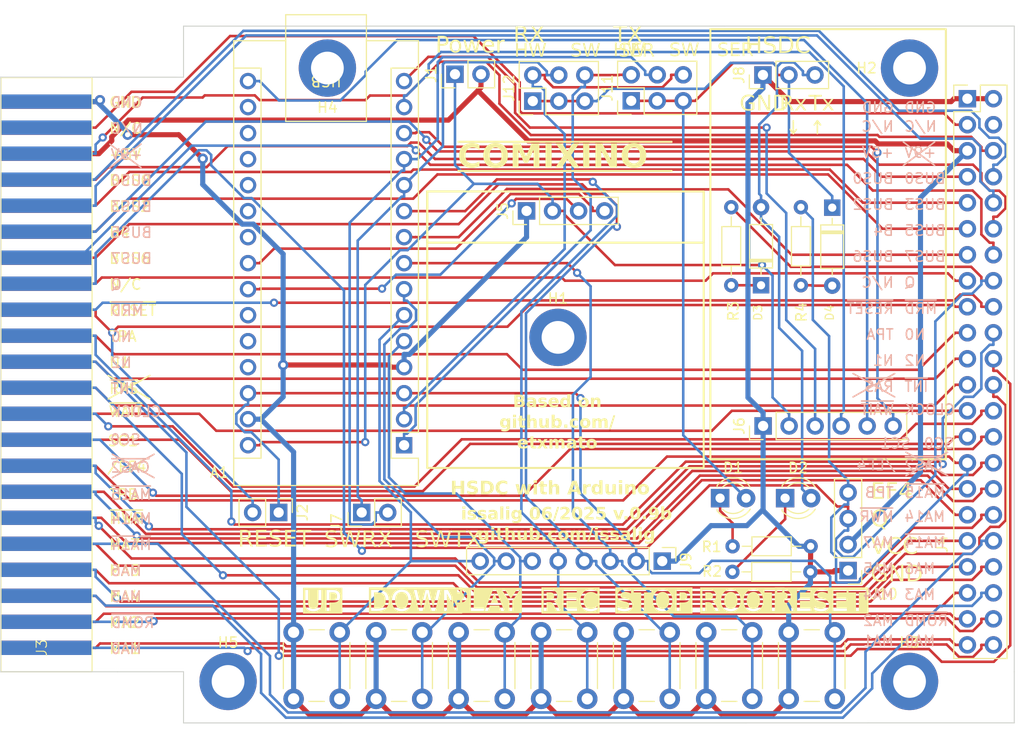
<source format=kicad_pcb>
(kicad_pcb (version 20240108) (generator "pcbnew") (generator_version "8.0")
  (title_block (title "COMIXINO") (date "2025-05-06") (company "issalig"))
  (layers (0 "F.Cu" signal) (31 "B.Cu" signal) (34 "B.Paste" user) (35 "F.Paste" user) (36 "B.SilkS" user "B.Silkscreen") (37 "F.SilkS" user "F.Silkscreen") (38 "B.Mask" user) (39 "F.Mask" user) (44 "Edge.Cuts" user))
  (net 0 "")
  (net 1 "Net-(D1-K)")
  (net 2 "{slash}MA14")
  (net 3 "GND")
  (net 4 "{slash}RAS")
  (net 5 "N1")
  (net 6 "{slash}CAS2")
  (net 7 "{slash}WAIT")
  (net 8 "TPB")
  (net 9 "MA2")
  (net 10 "MA14")
  (net 11 "MA3")
  (net 12 "{slash}ROMDIS")
  (net 13 "SC1")
  (net 14 "BUS5")
  (net 15 "BUS6")
  (net 16 "BUS2")
  (net 17 "{slash}EF4")
  (net 18 "MA5")
  (net 19 "MA7")
  (net 20 "SC0")
  (net 21 "BUS0")
  (net 22 "9V")
  (net 23 "NC4")
  (net 24 "BUS7")
  (net 25 "{slash}MWR")
  (net 26 "{slash}MRD")
  (net 27 "BUS4")
  (net 28 "NC16")
  (net 29 "BUS1")
  (net 30 "N2")
  (net 31 "BUS3")
  (net 32 "TPA")
  (net 33 "{slash}INT")
  (net 34 "MA1")
  (net 35 "{slash}MA15")
  (net 36 "N0")
  (net 37 "CLOCK")
  (net 38 "MA4")
  (net 39 "MA0")
  (net 40 "MA6")
  (net 41 "{slash}RESET")
  (net 42 "Q")
  (net 43 "C_RX")
  (net 44 "C_TX")
  (net 45 "BTN_UP")
  (net 46 "BTN_RST")
  (net 47 "SCL")
  (net 48 "SDA")
  (net 49 "MOSI")
  (net 50 "VCC")
  (net 51 "BTN_PLAY")
  (net 52 "MISO")
  (net 53 "SCK_SD")
  (net 54 "BTN_DOWN")
  (net 55 "CS")
  (net 56 "BTN_STOP")
  (net 57 "A_TX")
  (net 58 "A0")
  (net 59 "SW_RX")
  (net 60 "BTN_ROOT")
  (net 61 "A3")
  (net 62 "A1")
  (net 63 "A7")
  (net 64 "A6")
  (net 65 "5V")
  (net 66 "AREF")
  (net 67 "SW_TX")
  (net 68 "3V3")
  (net 69 "NC3")
  (net 70 "BTN_REC")
  (net 71 "A2")
  (net 72 "VCC_ARD")
  (net 73 "A_RX")
  (net 74 "Net-(D3-K)")
  (net 75 "Net-(D2-K)")
  (net 76 "Net-(D4-A)")
  (footprint "MountingHole:MountingHole_3.2mm_M3_DIN965_Pad" (layer "F.Cu") (at 96.1 60.35)
    (property "Reference" "H4")
    (property "Value" "MountingHole")
  )
  (footprint "Button_Switch_THT:SW_PUSH_6mm_H5mm" (layer "F.Cu") (at 121.475 115.45 -90)
    (property "Reference" "SW4" (hide yes))
    (property "Value" "SW_SPST")
  )
  (footprint "Button_Switch_THT:SW_PUSH_6mm_H5mm" (layer "F.Cu") (at 113.4167 115.45 -90)
    (property "Reference" "SW3" (hide yes))
    (property "Value" "SW_SPST")
  )
  (footprint "LED_THT:LED_D3.0mm" (layer "F.Cu") (at 140.8 102.35)
    (property "Reference" "D2")
    (property "Value" "LED")
  )
  (footprint "Button_Switch_THT:SW_PUSH_6mm_H5mm" (layer "F.Cu") (at 105.3583 115.45 -90)
    (property "Reference" "SW2" (hide yes))
    (property "Value" "SW_SPST")
  )
  (footprint "Button_Switch_THT:SW_PUSH_6mm_H5mm" (layer "F.Cu") (at 137.5917 115.45 -90)
    (property "Reference" "SW6" (hide yes))
    (property "Value" "SW_SPST")
  )
  (footprint "MountingHole:MountingHole_3.2mm_M3_DIN965_Pad" (layer "F.Cu") (at 86.4 120.25)
    (property "Reference" "H5")
    (property "Value" "MountingHole")
  )
  (footprint "LED_THT:LED_D3.0mm" (layer "F.Cu") (at 134.45 102.35)
    (property "Reference" "D1")
    (property "Value" "LED")
  )
  (footprint "Diode_THT:D_DO-35_SOD27_P7.62mm_Horizontal" (layer "F.Cu") (at 138.45 81.56 90)
    (property "Reference" "D3" (hide yes))
    (property "Value" "1N4148" (hide yes))
  )
  (footprint "Module:Arduino_Nano_WithMountingHoles" (layer "F.Cu") (at 103.59 97.18 180)
    (property "Reference" "A1")
    (property "Value" "Arduino_Nano_v3.x")
  )
  (footprint "Connector_PinHeader_2.54mm:PinHeader_2x03_P2.54mm_Vertical" (layer "F.Cu") (at 125.77 63.55 90)
    (property "Reference" "J11")
    (property "Value" "Conn_02x03_Odd_Even")
  )
  (footprint "MountingHole:MountingHole_3.2mm_M3_DIN965_Pad" (layer "F.Cu") (at 152.95 60.35)
    (property "Reference" "H2")
    (property "Value" "MountingHole")
  )
  (footprint "Button_Switch_THT:SW_PUSH_6mm_H5mm" (layer "F.Cu") (at 97.3 115.45 -90)
    (property "Reference" "SW1" (hide yes))
    (property "Value" "SW_SPST")
  )
  (footprint "Connector_PinHeader_2.54mm:PinHeader_1x03_P2.54mm_Vertical" (layer "F.Cu") (at 138.635 61.025 90)
    (property "Reference" "J8")
    (property "Value" "Conn_01x03")
  )
  (footprint "Button_Switch_THT:SW_PUSH_6mm_H5mm" (layer "F.Cu") (at 145.65 115.45 -90)
    (property "Reference" "SW7" (hide yes))
    (property "Value" "SW_SPST")
  )
  (footprint "Resistor_THT:R_Axial_DIN0204_L3.6mm_D1.6mm_P7.62mm_Horizontal" (layer "F.Cu") (at 142.34 73.94 -90)
    (property "Reference" "R4")
    (property "Value" "100")
  )
  (footprint "Connector_PinHeader_2.54mm:PinHeader_1x04_P2.54mm_Vertical" (layer "F.Cu") (at 146.95 109.42 180)
    (property "Reference" "J10")
    (property "Value" "Conn_01x04" (hide yes))
  )
  (footprint "Resistor_THT:R_Axial_DIN0204_L3.6mm_D1.6mm_P7.62mm_Horizontal" (layer "F.Cu") (at 135.54 73.94 -90)
    (property "Reference" "R3")
    (property "Value" "100")
  )
  (footprint "Connector_PinHeader_2.54mm:PinHeader_1x08_P2.54mm_Vertical" (layer "F.Cu") (at 128.8 108.5 -90)
    (property "Reference" "J9")
    (property "Value" "Conn_01x08")
  )
  (footprint "MountingHole:MountingHole_3.2mm_M3_DIN965_Pad" (layer "F.Cu") (at 152.95 120.25)
    (property "Reference" "H3")
    (property "Value" "MountingHole")
  )
  (footprint "Connector_PinHeader_2.54mm:PinHeader_2x03_P2.54mm_Vertical" (layer "F.Cu") (at 116.16 63.575 90)
    (property "Reference" "J12")
    (property "Value" "Conn_02x03_Odd_Even")
  )
  (footprint "Button_Switch_THT:SW_PUSH_6mm_H5mm" (layer "F.Cu") (at 129.5333 115.45 -90)
    (property "Reference" "SW5" (hide yes))
    (property "Value" "SW_SPST")
  )
  (footprint "MountingHole:MountingHole_3.2mm_M3_DIN965_Pad" (layer "F.Cu") (at 118.62 86.65)
    (property "Reference" "H1")
    (property "Value" "MountingHole")
  )
  (footprint "Resistor_THT:R_Axial_DIN0204_L3.6mm_D1.6mm_P7.62mm_Horizontal" (layer "F.Cu") (at 135.67 107.05)
    (property "Reference" "R1")
    (property "Value" "300")
  )
  (footprint "Diode_THT:D_DO-35_SOD27_P7.62mm_Horizontal" (layer "F.Cu") (at 145.4 73.98 -90)
    (property "Reference" "D4" (hide yes))
    (property "Value" "1N4148" (hide yes))
  )
  (footprint "comix:Edge_Card_Connector_22x2" (layer "F.Cu") (at 68.6994 116.9671 90)
    (property "Reference" "J3")
    (property "Value" "EXPANSION")
  )
  (footprint "Resistor_THT:R_Axial_DIN0204_L3.6mm_D1.6mm_P7.62mm_Horizontal" (layer "F.Cu") (at 135.65 109.55)
    (property "Reference" "R2")
    (property "Value" "300")
  )
  (footprint "Connector_PinHeader_2.54mm:PinHeader_1x02_P2.54mm_Vertical" (layer "F.Cu") (at 99.45 103.75 90)
    (property "Reference" "J7")
    (property "Value" "Conn_01x02")
  )
  (footprint "Connector_PinHeader_2.54mm:PinHeader_1x06_P2.54mm_Vertical" (layer "F.Cu") (at 138.65 95.3 90)
    (property "Reference" "J6")
    (property "Value" "Conn_01x06")
  )
  (footprint "Connector_PinHeader_2.54mm:PinHeader_2x22_P2.54mm_Vertical" (layer "F.Cu") (at 158.6 63.34)
    (property "Reference" "J4")
    (property "Value" "EXPANSION")
  )
  (footprint "Connector_PinHeader_2.54mm:PinHeader_1x02_P2.54mm_Vertical" (layer "F.Cu") (at 108.56 60.95 90)
    (property "Reference" "J1")
    (property "Value" "Conn_01x02")
  )
  (footprint "Connector_PinHeader_2.54mm:PinHeader_1x04_P2.54mm_Vertical" (layer "F.Cu") (at 115.55 74.3 90)
    (property "Reference" "J5")
    (property "Value" "Conn_01x04")
  )
  (footprint "Connector_PinHeader_2.54mm:PinHeader_1x02_P2.54mm_Vertical" (layer "F.Cu") (at 91.34 103.75 -90)
    (property "Reference" "J2")
    (property "Value" "Conn_01x02")
  )
  (gr_line (start 79.168 98.064) (end 75.104 100.35) (stroke (width 0.1524)) (layer "B.SilkS"))
  (gr_line (start 152.35 67.574) (end 155.398 69.86) (stroke (width 0.1524)) (layer "B.SilkS"))
  (gr_line (start 77.898 67.774) (end 74.85 70.06) (stroke (width 0.1524)) (layer "B.SilkS"))
  (gr_line (start 152.604 97.864) (end 156.668 100.15) (stroke (width 0.1524)) (layer "B.SilkS"))
  (gr_line (start 147.436 90.18) (end 151.5 92.466) (stroke (width 0.1524)) (layer "B.SilkS"))
  (gr_line (start 151.5 90.18) (end 147.436 92.466) (stroke (width 0.1524)) (layer "B.SilkS"))
  (gr_line (start 155.398 67.574) (end 152.35 69.86) (stroke (width 0.1524)) (layer "B.SilkS"))
  (gr_line (start 156.668 97.864) (end 152.604 100.15) (stroke (width 0.1524)) (layer "B.SilkS"))
  (gr_line (start 75.104 98.064) (end 79.168 100.35) (stroke (width 0.1524)) (layer "B.SilkS"))
  (gr_line (start 74.85 67.774) (end 77.898 70.06) (stroke (width 0.1524)) (layer "B.SilkS"))
  (gr_line (start 74.7 90.37) (end 78.764 92.656) (stroke (width 0.1524)) (layer "F.SilkS"))
  (gr_line (start 143.95 65.5) (end 144.25 65.9) (stroke (width 0.15)) (layer "F.SilkS"))
  (gr_line (start 143.95 66.75) (end 143.95 65.5) (stroke (width 0.15)) (layer "F.SilkS"))
  (gr_line (start 143.65 65.9) (end 143.95 65.5) (stroke (width 0.15)) (layer "F.SilkS"))
  (gr_rect (start 105.85 72.4) (end 132.85 77.4) (stroke (width 0.2)) (fill none) (layer "F.SilkS"))
  (gr_line (start 141.3 66.35) (end 141.6 66.75) (stroke (width 0.15)) (layer "F.SilkS"))
  (gr_line (start 78.764 90.37) (end 74.7 92.656) (stroke (width 0.1524)) (layer "F.SilkS"))
  (gr_line (start 141.6 66.75) (end 141.3 66.35) (stroke (width 0.15)) (layer "F.SilkS"))
  (gr_rect (start 108.85 70.35) (end 129.75 70.45) (stroke (width 0.1)) (fill solid) (layer "F.SilkS"))
  (gr_line (start 144.25 65.9) (end 143.95 65.5) (stroke (width 0.15)) (layer "F.SilkS"))
  (gr_rect (start 133.5 56.55) (end 156.5 98.55) (stroke (width 0.2)) (fill none) (layer "F.SilkS"))
  (gr_line (start 141.6 65.5) (end 141.6 66.75) (stroke (width 0.15)) (layer "F.SilkS"))
  (gr_line (start 141.6 66.75) (end 141.9 66.35) (stroke (width 0.15)) (layer "F.SilkS"))
  (gr_rect (start 105.85 72.4) (end 132.85 99.4) (stroke (width 0.2)) (fill none) (layer "F.SilkS"))
  (gr_rect (start 108.85 67.5) (end 129.75 67.6) (stroke (width 0.1)) (fill solid) (layer "F.SilkS"))
  (gr_line (start 64.178201 119.303896) (end 75.6 119.303896) (stroke (width 0.1)) (layer "Edge.Cuts"))
  (gr_line (start 82.05 124.3) (end 163.178201 124.293321) (stroke (width 0.1)) (layer "Edge.Cuts"))
  (gr_line (start 82.05 119.3) (end 82.05 124.3) (stroke (width 0.1)) (layer "Edge.Cuts"))
  (gr_line (start 82.05 61.244712) (end 82.05 56.255287) (stroke (width 0.1)) (layer "Edge.Cuts"))
  (gr_line (start 64.178201 61.239496) (end 82.05 61.244712) (stroke (width 0.1)) (layer "Edge.Cuts"))
  (gr_line (start 163.178201 56.250071) (end 163.178201 119.303896) (stroke (width 0.1)) (layer "Edge.Cuts"))
  (gr_line (start 64.178201 61.239496) (end 64.178201 119.303896) (stroke (width 0.1)) (layer "Edge.Cuts"))
  (gr_line (start 82.05 56.255287) (end 163.178201 56.250071) (stroke (width 0.1)) (layer "Edge.Cuts"))
  (gr_line (start 163.178201 124.293321) (end 163.178201 119.303896) (stroke (width 0.1)) (layer "Edge.Cuts"))
  (gr_line (start 75.6 119.303896) (end 82.05 119.3) (stroke (width 0.1)) (layer "Edge.Cuts"))
  (gr_text "SC0" (at 74.8 96.63 0) (layer "B.SilkS") (effects (font (size 1.016 1.016) (thickness 0.1524)) (justify right mirror)))
  (gr_text "~{MA15}" (at 74.85 102 0) (layer "B.SilkS") (effects (font (size 1.016 1.016) (thickness 0.1524)) (justify right mirror)))
  (gr_text "MA14" (at 74.85 104.35 0) (layer "B.SilkS") (effects (font (size 1.016 1.016) (thickness 0.1524)) (justify right mirror)))
  (gr_text "CLOCK" (at 74.85 93.9 0) (layer "B.SilkS") (effects (font (size 1.016 1.016) (thickness 0.1524)) (justify right mirror)))
  (gr_text "GND" (at 151.5 64.2 0) (layer "B.SilkS") (effects (font (size 1.016 1.016) (thickness 0.1524)) (justify left mirror)))
  (gr_text "~{RESET}" (at 151.5 83.83 0) (layer "B.SilkS") (effects (font (size 1.016 1.016) (thickness 0.1524)) (justify left mirror)))
  (gr_text "MA4" (at 151.5 111.77 0) (layer "B.SilkS") (effects (font (size 1.016 1.016) (thickness 0.1524)) (justify left mirror)))
  (gr_text "N1" (at 151.5 88.91 0) (layer "B.SilkS") (effects (font (size 1.016 1.016) (thickness 0.1524)) (justify left mirror)))
  (gr_text "BUS3" (at 74.85 73.87 0) (layer "B.SilkS") (effects (font (size 1.016 1.016) (thickness 0.1524)) (justify right mirror)))
  (gr_text "MA14" (at 152.35 104.15 0) (layer "B.SilkS") (effects (font (size 1.016 1.016) (thickness 0.1524)) (justify right mirror)))
  (gr_text "MA0" (at 74.85 117.05 0) (layer "B.SilkS") (effects (font (size 1.016 1.016) (thickness 0.1524)) (justify right mirror)))
  (gr_text "~{MA15}" (at 152.35 101.8 0) (layer "B.SilkS") (effects (font (size 1.016 1.016) (thickness 0.1524)) (justify right mirror)))
  (gr_text "/EF4" (at 151.7 99.107 0) (layer "B.SilkS") (effects (font (size 1.016 1.016) (thickness 0.1524)) (justify left mirror)))
  (gr_text "BUS3" (at 152.35 73.67 0) (layer "B.SilkS") (effects (font (size 1.016 1.016) (thickness 0.1524)) (justify right mirror)))
  (gr_text "SC0" (at 154.25 97 0) (layer "B.SilkS") (effects (font (size 1.016 1.016) (thickness 0.1524)) (justify right mirror)))
  (gr_text "BUS7" (at 74.85 78.95 0) (layer "B.SilkS") (effects (font (size 1.016 1.016) (thickness 0.1524)) (justify right mirror)))
  (gr_text "~{INT}" (at 152.35 91.45 0) (layer "B.SilkS") (effects (font (size 1.016 1.016) (thickness 0.1524)) (justify right mirror)))
  (gr_text "N/C" (at 152.35 66.05 0) (layer "B.SilkS") (effects (font (size 1.016 1.016) (thickness 0.1524)) (justify right mirror)))
  (gr_text "BUS0" (at 152.35 71.13 0) (layer "B.SilkS") (effects (font (size 1.016 1.016) (thickness 0.1524)) (justify right mirror)))
  (gr_text "~{MA14}" (at 74.85 106.89 0) (layer "B.SilkS") (effects (font (size 1.016 1.016) (thickness 0.1524)) (justify right mirror)))
  (gr_text "B4" (at 151.5 76.21 0) (layer "B.SilkS") (effects (font (size 1.016 1.016) (thickness 0.1524)) (justify left mirror)))
  (gr_text "Q" (at 152.35 81.29 0) (layer "B.SilkS") (effects (font (size 1.016 1.016) (thickness 0.1524)) (justify right mirror)))
  (gr_text "N/C" (at 151.5 81.29 0) (layer "B.SilkS") (effects (font (size 1.016 1.016) (thickness 0.1524)) (justify left mirror)))
  (gr_text "MA1" (at 151.5 116.3 0) (layer "B.SilkS") (effects (font (size 1.016 1.016) (thickness 0.1524)) (justify left mirror)))
  (gr_text "CLOCK" (at 152.35 93.7 0) (layer "B.SilkS") (effects (font (size 1.016 1.016) (thickness 0.1524)) (justify right mirror)))
  (gr_text "N2" (at 152.35 88.91 0) (layer "B.SilkS") (effects (font (size 1.016 1.016) (thickness 0.1524)) (justify right mirror)))
  (gr_text "MA2" (at 151.5 114.31 0) (layer "B.SilkS") (effects (font (size 1.016 1.016) (thickness 0.1524)) (justify left mirror)))
  (gr_text "~{MRD}" (at 74.85 84.03 0) (layer "B.SilkS") (effects (font (size 1.016 1.016) (thickness 0.1524)) (justify right mirror)))
  (gr_text "MA0" (at 152.35 116.3 0) (layer "B.SilkS") (effects (font (size 1.016 1.016) (thickness 0.1524)) (justify right mirror)))
  (gr_text "+5V" (at 151.5 68.59 0) (layer "B.SilkS") (effects (font (size 1.016 1.016) (thickness 0.1524)) (justify left mirror)))
  (gr_text "~{CAS2}" (at 152.35 99.134 0) (layer "B.SilkS") (effects (font (size 1.016 1.016) (thickness 0.1524)) (justify right mirror)))
  (gr_text "BUS6" (at 151.5 78.75 0) (layer "B.SilkS") (effects (font (size 1.016 1.016) (thickness 0.1524)) (justify left mirror)))
  (gr_text "~{CAS2}" (at 74.85 99.334 0) (layer "B.SilkS") (effects (font (size 1.016 1.016) (thickness 0.1524)) (justify right mirror)))
  (gr_text "BUS2" (at 151.5 73.67 0) (layer "B.SilkS") (effects (font (size 1.016 1.016) (thickness 0.1524)) (justify left mirror)))
  (gr_text "MA3" (at 74.85 111.97 0) (layer "B.SilkS") (effects (font (size 1.016 1.016) (thickness 0.1524)) (justify right mirror)))
  (gr_text "MA6" (at 152.35 109.23 0) (layer "B.SilkS") (effects (font (size 1.016 1.016) (thickness 0.1524)) (justify right mirror)))
  (gr_text "GND" (at 74.85 63.71 0) (layer "B.SilkS") (effects (font (size 1.016 1.016) (thickness 0.1524)) (justify right mirror)))
  (gr_text "N2" (at 74.85 89.11 0) (layer "B.SilkS") (effects (font (size 1.016 1.016) (thickness 0.1524)) (justify right mirror)))
  (gr_text "MA5" (at 151.5 109.23 0) (layer "B.SilkS") (effects (font (size 1.016 1.016) (thickness 0.1524)) (justify left mirror)))
  (gr_text "~{MA14}" (at 152.35 106.69 0) (layer "B.SilkS") (effects (font (size 1.016 1.016) (thickness 0.1524)) (justify right mirror)))
  (gr_text "~{MRD}" (at 152.35 83.83 0) (layer "B.SilkS") (effects (font (size 1.016 1.016) (thickness 0.1524)) (justify right mirror)))
  (gr_text "BUS0" (at 74.85 71.33 0) (layer "B.SilkS") (effects (font (size 1.016 1.016) (thickness 0.1524)) (justify right mirror)))
  (gr_text "BUS7" (at 152.35 78.75 0) (layer "B.SilkS") (effects (font (size 1.016 1.016) (thickness 0.1524)) (justify right mirror)))
  (gr_text "BUS0" (at 151.5 71.13 0) (layer "B.SilkS") (effects (font (size 1.016 1.016) (thickness 0.1524)) (justify left mirror)))
  (gr_text "Q" (at 74.85 81.49 0) (layer "B.SilkS") (effects (font (size 1.016 1.016) (thickness 0.1524)) (justify right mirror)))
  (gr_text "~{MWR}" (at 151.5 104.15 0) (layer "B.SilkS") (effects (font (size 1.016 1.016) (thickness 0.1524)) (justify left mirror)))
  (gr_text "TPB" (at 151.5 101.8 0) (layer "B.SilkS") (effects (font (size 1.016 1.016) (thickness 0.1524)) (justify left mirror)))
  (gr_text "N0" (at 74.85 86.57 0) (layer "B.SilkS") (effects (font (size 1.016 1.016) (thickness 0.1524)) (justify right mirror)))
  (gr_text "~{WAIT}" (at 151.55 93.7 0) (layer "B.SilkS") (effects (font (size 1.016 1.016) (thickness 0.1524)) (justify left mirror)))
  (gr_text "N/C" (at 151.5 66.05 0) (layer "B.SilkS") (effects (font (size 1.016 1.016) (thickness 0.1524)) (justify left mirror)))
  (gr_text "+9V" (at 152.35 68.59 0) (layer "B.SilkS") (effects (font (size 1.016 1.016) (thickness 0.1524)) (justify right mirror)))
  (gr_text "BUS5" (at 74.85 76.41 0) (layer "B.SilkS") (effects (font (size 1.016 1.016) (thickness 0.1524)) (justify right mirror)))
  (gr_text "~{ROMD}" (at 74.85 114.51 0) (layer "B.SilkS") (effects (font (size 1.016 1.016) (thickness 0.1524)) (justify right mirror)))
  (gr_text "~{ROMD}" (at 152.35 114.31 0) (layer "B.SilkS") (effects (font (size 1.016 1.016) (thickness 0.1524)) (justify right mirror)))
  (gr_text "MA7" (at 151.5 106.69 0) (layer "B.SilkS") (effects (font (size 1.016 1.016) (thickness 0.1524)) (justify left mirror)))
  (gr_text "SC1" (at 153.15 97 0) (layer "B.SilkS") (effects (font (size 1.016 1.016) (thickness 0.1524)) (justify left mirror)))
  (gr_text "N0" (at 152.35 86.37 0) (layer "B.SilkS") (effects (font (size 1.016 1.016) (thickness 0.1524)) (justify right mirror)))
  (gr_text "~{INT}" (at 74.85 91.65 0) (layer "B.SilkS") (effects (font (size 1.016 1.016) (thickness 0.1524)) (justify right mirror)))
  (gr_text "~{RAS}" (at 151.5 91.45 0) (layer "B.SilkS") (effects (font (size 1.016 1.016) (thickness 0.1524)) (justify left mirror)))
  (gr_text "MA3" (at 152.35 111.77 0) (layer "B.SilkS") (effects (font (size 1.016 1.016) (thickness 0.1524)) (justify right mirror)))
  (gr_text "TPA" (at 151.5 86.37 0) (layer "B.SilkS") (effects (font (size 1.016 1.016) (thickness 0.1524)) (justify left mirror)))
  (gr_text "MA6" (at 74.85 109.43 0) (layer "B.SilkS") (effects (font (size 1.016 1.016) (thickness 0.1524)) (justify right mirror)))
  (gr_text "+9V" (at 74.85 68.79 0) (layer "B.SilkS") (effects (font (size 1.016 1.016) (thickness 0.1524)) (justify right mirror)))
  (gr_text "N/C" (at 74.85 66.25 0) (layer "B.SilkS") (effects (font (size 1.016 1.016) (thickness 0.1524)) (justify right mirror)))
  (gr_text "BUS5" (at 152.35 76.21 0) (layer "B.SilkS") (effects (font (size 1.016 1.016) (thickness 0.1524)) (justify right mirror)))
  (gr_text "GND" (at 152.35 64.2 0) (layer "B.SilkS") (effects (font (size 1.016 1.016) (thickness 0.1524)) (justify right mirror)))
  (gr_text "Rx" (at 140.25 64.75 0) (layer "F.SilkS") (effects (font (size 1.5 1.5)) (justify left bottom)))
  (gr_text "HW    SW   SER" (at 114.35 59.45 0) (layer "F.SilkS") (effects (font (size 1.3 1.3) (thickness 0.125)) (justify left bottom)))
  (gr_text "RESET" (at 139.75 113.7 0) (layer "F.SilkS" knockout) (effects (font (size 2 2)) (justify left bottom)))
  (gr_text "HSDC" (at 136.9 59.15 0) (layer "F.SilkS") (effects (font (size 1.6 1.6) (thickness 0.125)) (justify left bottom)))
  (gr_text "GND" (at 74.7 63.7 -0) (layer "F.SilkS") (effects (font (size 1.016 1.016) (thickness 0.1524)) (justify left)))
  (gr_text "DOWN" (at 100.1 113.7 0) (layer "F.SilkS" knockout) (effects (font (size 2 2)) (justify left bottom)))
  (gr_text "/EF4" (at 74.5 99.297 -0) (layer "F.SilkS") (effects (font (size 1.016 1.016) (thickness 0.1524)) (justify left)))
  (gr_text "GND" (at 136.35 64.75 0) (layer "F.SilkS") (effects (font (size 1.5 1.5)) (justify left bottom)))
  (gr_text "COMIXINO\n" (at 108.798308 70.45 0) (layer "F.SilkS") (effects (font (size 2.3 2.3) (thickness 0.2) (bold yes)) (justify left bottom)))
  (gr_text "BUS0" (at 74.7 71.32 -0) (layer "F.SilkS") (effects (font (size 1.016 1.016) (thickness 0.1524)) (justify left)))
  (gr_text "N1" (at 74.7 89.1 -0) (layer "F.SilkS") (effects (font (size 1.016 1.016) (thickness 0.1524)) (justify left)))
  (gr_text "BUS2" (at 74.7 73.86 -0) (layer "F.SilkS") (effects (font (size 1.016 1.016) (thickness 0.1524)) (justify left)))
  (gr_text "PLAY" (at 108.15 113.7 0) (layer "F.SilkS" knockout) (effects (font (size 2 2)) (justify left bottom)))
  (gr_text "HW    SW   SER" (at 124 59.4 0) (layer "F.SilkS") (effects (font (size 1.3 1.3) (thickness 0.125)) (justify left bottom)))
  (gr_text "SWRX   SWTX" (at 95.775 107.4 0) (layer "F.SilkS") (effects (font (size 1.6 1.6) (thickness 0.125)) (justify left bottom)))
  (gr_text "Tx" (at 143.1 64.75 0) (layer "F.SilkS") (effects (font (size 1.5 1.5)) (justify left bottom)))
  (gr_text "EF4\nQ\nVCC\nGND" (at 149.15 110.75 0) (layer "F.SilkS") (effects (font (size 1.6 1.6) (thickness 0.125)) (justify left bottom)))
  (gr_text "ROOT" (at 132.45 113.7 0) (layer "F.SilkS" knockout) (effects (font (size 2 2)) (justify left bottom)))
  (gr_text "Based on\ngithub.com/\netxmato" (at 118.55 97.7 0) (layer "F.SilkS") (effects (font (size 1.2 1.2) (thickness 0.2) (bold yes)) (justify bottom)))
  (gr_text "TPB" (at 74.7 101.99 -0) (layer "F.SilkS") (effects (font (size 1.016 1.016) (thickness 0.1524)) (justify left)))
  (gr_text "~{RAS}" (at 74.7 91.64 -0) (layer "F.SilkS") (effects (font (size 1.016 1.016) (thickness 0.1524)) (justify left)))
  (gr_text "RESET" (at 87.35 107.35 0) (layer "F.SilkS") (effects (font (size 1.6 1.6) (thickness 0.125)) (justify left bottom)))
  (gr_text "SC1" (at 74.55 96.75 -0) (layer "F.SilkS") (effects (font (size 1.016 1.016) (thickness 0.1524)) (justify left)))
  (gr_text "BUS6" (at 74.7 78.94 -0) (layer "F.SilkS") (effects (font (size 1.016 1.016) (thickness 0.1524)) (justify left)))
  (gr_text "REC" (at 116.95 113.7 0) (layer "F.SilkS" knockout) (effects (font (size 2 2)) (justify left bottom)))
  (gr_text "RX" (at 114.25 58.1 0) (layer "F.SilkS") (effects (font (size 1.6 1.6) (thickness 0.125)) (justify left bottom)))
  (gr_text "MA5" (at 74.7 109.42 -0) (layer "F.SilkS") (effects (font (size 1.016 1.016) (thickness 0.1524)) (justify left)))
  (gr_text "MA4" (at 74.7 111.96 -0) (layer "F.SilkS") (effects (font (size 1.016 1.016) (thickness 0.1524)) (justify left)))
  (gr_text "+5V" (at 74.7 68.78 -0) (layer "F.SilkS") (effects (font (size 1.016 1.016) (thickness 0.1524)) (justify left)))
  (gr_text "issalig 06/2025 v.0.9b\ngithub.com/issalig" (at 119.45 106.65 0) (layer "F.SilkS") (effects (font (size 1.2 1.2) (thickness 0.25) (bold yes)) (justify bottom)))
  (gr_text "UP" (at 93.7 113.7 0) (layer "F.SilkS" knockout) (effects (font (size 2 2)) (justify left bottom)))
  (gr_text "TPA" (at 74.7 86.56 -0) (layer "F.SilkS") (effects (font (size 1.016 1.016) (thickness 0.1524)) (justify left)))
  (gr_text "STOP" (at 124.25 113.7 0) (layer "F.SilkS" knockout) (effects (font (size 2 2)) (justify left bottom)))
  (gr_text "Power" (at 106.65 59.101636 0) (layer "F.SilkS") (effects (font (size 1.6 1.6) (thickness 0.125)) (justify left bottom)))
  (gr_text "HSDC with Arduino" (at 108.1 102.2 0) (layer "F.SilkS") (effects (font (size 1.3 1.3) (thickness 0.275) (bold yes)) (justify left bottom)))
  (gr_text "TX" (at 124 58.1 0) (layer "F.SilkS") (effects (font (size 1.6 1.6) (thickness 0.125)) (justify left bottom)))
  (gr_text "~{RESET}" (at 74.7 84.02 -0) (layer "F.SilkS") (effects (font (size 1.016 1.016) (thickness 0.1524)) (justify left)))
  (gr_text "MA7" (at 74.7 106.88 -0) (layer "F.SilkS") (effects (font (size 1.016 1.016) (thickness 0.1524)) (justify left)))
  (gr_text "~{WAIT}" (at 74.65 93.89 -0) (layer "F.SilkS") (effects (font (size 1.016 1.016) (thickness 0.1524)) (justify left)))
  (gr_text "MA1" (at 74.7 117.04 -0) (layer "F.SilkS") (effects (font (size 1.016 1.016) (thickness 0.1524)) (justify left)))
  (gr_text "~{MWR}" (at 74.7 104.34 -0) (layer "F.SilkS") (effects (font (size 1.016 1.016) (thickness 0.1524)) (justify left)))
  (gr_text "N/C" (at 74.7 81.48 -0) (layer "F.SilkS") (effects (font (size 1.016 1.016) (thickness 0.1524)) (justify left)))
  (gr_text "B4" (at 74.7 76.4 -0) (layer "F.SilkS") (effects (font (size 1.016 1.016) (thickness 0.1524)) (justify left)))
  (gr_text "MA2" (at 74.7 114.5 -0) (layer "F.SilkS") (effects (font (size 1.016 1.016) (thickness 0.1524)) (justify left)))
  (gr_text "N/C" (at 74.7 66.24 -0) (layer "F.SilkS") (effects (font (size 1.016 1.016) (thickness 0.1524)) (justify left)))
  (segment (start 135.67 104.7951) (end 135.67 107.05) (width 0.25) (layer "F.Cu") (net 1))
  (segment (start 134.45 103.5751) (end 135.67 104.7951) (width 0.25) (layer "F.Cu") (net 1))
  (segment (start 134.45 102.35) (end 134.45 103.5751) (width 0.25) (layer "F.Cu") (net 1))
  (segment (start 92.2466 123.2797) (end 90.4931 121.5262) (width 0.25) (layer "B.Cu") (net 2))
  (segment (start 68.6994 106.8071) (end 73.4695 106.8071) (width 0.25) (layer "B.Cu") (net 2))
  (segment (start 158.2057 107.79) (end 148.649 117.3467) (width 0.25) (layer "B.Cu") (net 2))
  (segment (start 148.649 120.8878) (end 146.2571 123.2797) (width 0.25) (layer "B.Cu") (net 2))
  (segment (start 148.649 117.3467) (end 148.649 120.8878) (width 0.25) (layer "B.Cu") (net 2))
  (segment (start 146.2571 123.2797) (end 92.2466 123.2797) (width 0.25) (layer "B.Cu") (net 2))
  (segment (start 159.0601 107.79) (end 158.2057 107.79) (width 0.25) (layer "B.Cu") (net 2))
  (segment (start 79.5374 106.8071) (end 73.4695 106.8071) (width 0.25) (layer "B.Cu") (net 2))
  (segment (start 159.9649 106.52) (end 159.9649 106.8852) (width 0.25) (layer "B.Cu") (net 2))
  (segment (start 161.14 106.52) (end 159.9649 106.52) (width 0.25) (layer "B.Cu") (net 2))
  (segment (start 159.9649 106.8852) (end 159.0601 107.79) (width 0.25) (layer "B.Cu") (net 2))
  (segment (start 90.4931 117.7628) (end 79.5374 106.8071) (width 0.25) (layer "B.Cu") (net 2))
  (segment (start 90.4931 121.5262) (end 90.4931 117.7628) (width 0.25) (layer "B.Cu") (net 2))
  (segment (start 139.6998 123.4002) (end 134.5419 123.4002) (width 0.5) (layer "F.Cu") (net 3))
  (segment (start 126.4835 123.4002) (end 131.6415 123.4002) (width 0.5) (layer "F.Cu") (net 3))
  (segment (start 143.29 107.05) (end 143.29 108.3799) (width 0.5) (layer "F.Cu") (net 3))
  (segment (start 161.14 63.34) (end 158.6 63.34) (width 0.5) (layer "F.Cu") (net 3))
  (segment (start 102.1247 89.3448) (end 91.7796 89.3448) (width 0.5) (layer "F.Cu") (net 3))
  (segment (start 131.6415 123.4002) (end 133.0917 121.95) (width 0.5) (layer "F.Cu") (net 3))
  (segment (start 81.5853 66.859) (end 83.9267 69.2004) (width 0.5) (layer "F.Cu") (net 3))
  (segment (start 68.6994 63.6271) (end 73.5945 63.6271) (width 0.5) (layer "F.Cu") (net 3))
  (segment (start 108.9167 121.95) (end 110.3669 123.4002) (width 0.5) (layer "F.Cu") (net 3))
  (segment (start 103.59 89.56) (end 102.3399 89.56) (width 0.5) (layer "F.Cu") (net 3))
  (segment (start 158.6 63.34) (end 157.2999 63.34) (width 0.5) (layer "F.Cu") (net 3))
  (segment (start 143.27 109.55) (end 143.27 108.3999) (width 0.5) (layer "F.Cu") (net 3))
  (segment (start 99.3874 123.4209) (end 100.8583 121.95) (width 0.5) (layer "F.Cu") (net 3))
  (segment (start 125.0333 121.95) (end 126.4835 123.4002) (width 0.5) (layer "F.Cu") (net 3))
  (segment (start 94.2709 123.4209) (end 99.3874 123.4209) (width 0.5) (layer "F.Cu") (net 3))
  (segment (start 138.635 61.025) (end 141.2337 63.6237) (width 0.5) (layer "F.Cu") (net 3))
  (segment (start 141.2337 63.6237) (end 157.0162 63.6237) (width 0.5) (layer "F.Cu") (net 3))
  (segment (start 92.8 121.95) (end 94.2709 123.4209) (width 0.5) (layer "F.Cu") (net 3))
  (segment (start 143.29 108.3799) (end 143.27 108.3999) (width 0.5) (layer "F.Cu") (net 3))
  (segment (start 102.3085 123.4002) (end 107.4665 123.4002) (width 0.5) (layer "F.Cu") (net 3))
  (segment (start 73.5945 63.6271) (end 73.7427 63.4789) (width 0.5) (layer "F.Cu") (net 3))
  (segment (start 157.0162 63.6237) (end 157.2999 63.34) (width 0.5) (layer "F.Cu") (net 3))
  (segment (start 146.95 109.42) (end 145.6499 109.42) (width 0.5) (layer "F.Cu") (net 3))
  (segment (start 76.5862 66.859) (end 81.5853 66.859) (width 0.5) (layer "F.Cu") (net 3))
  (segment (start 107.4665 123.4002) (end 108.9167 121.95) (width 0.5) (layer "F.Cu") (net 3))
  (segment (start 115.5248 123.4002) (end 116.975 121.95) (width 0.5) (layer "F.Cu") (net 3))
  (segment (start 125.0333 121.95) (end 123.5831 123.4002) (width 0.5) (layer "F.Cu") (net 3))
  (segment (start 145.5199 109.55) (end 145.6499 109.42) (width 0.5) (layer "F.Cu") (net 3))
  (segment (start 73.7427 63.4789) (end 73.8909 63.4789) (width 0.5) (layer "F.Cu") (net 3))
  (segment (start 141.15 121.95) (end 139.6998 123.4002) (width 0.5) (layer "F.Cu") (net 3))
  (segment (start 143.27 109.55) (end 145.5199 109.55) (width 0.5) (layer "F.Cu") (net 3))
  (segment (start 100.8583 121.95) (end 102.3085 123.4002) (width 0.5) (layer "F.Cu") (net 3))
  (segment (start 118.4252 123.4002) (end 116.975 121.95) (width 0.5) (layer "F.Cu") (net 3))
  (segment (start 110.3669 123.4002) (end 115.5248 123.4002) (width 0.5) (layer "F.Cu") (net 3))
  (segment (start 102.3399 89.56) (end 102.1247 89.3448) (width 0.5) (layer "F.Cu") (net 3))
  (segment (start 123.5831 123.4002) (end 118.4252 123.4002) (width 0.5) (layer "F.Cu") (net 3))
  (segment (start 134.5419 123.4002) (end 133.0917 121.95) (width 0.5) (layer "F.Cu") (net 3))
  (via (at 83.9267 69.2004) (size 1) (drill 0.5) (layers "F.Cu" "B.Cu") (net 3))
  (via (at 76.5862 66.859) (size 1) (drill 0.5) (layers "F.Cu" "B.Cu") (net 3))
  (via (at 91.7796 89.3448) (size 1) (drill 0.5) (layers "F.Cu" "B.Cu") (net 3))
  (via (at 73.8909 63.4789) (size 1) (drill 0.5) (layers "F.Cu" "B.Cu") (net 3))
  (segment (start 137.1722 92.5221) (end 138.65 93.9999) (width 0.5) (layer "B.Cu") (net 3))
  (segment (start 91.7796 89.3448) (end 91.7796 92.4605) (width 0.5) (layer "B.Cu") (net 3))
  (segment (start 133.0917 121.95) (end 133.0917 115.45) (width 0.5) (layer "B.Cu") (net 3))
  (segment (start 73.5945 63.6271) (end 76.5862 66.6188) (width 0.5) (layer "B.Cu") (net 3))
  (segment (start 104.108 88.3099) (end 103.59 88.3099) (width 0.5) (layer "B.Cu") (net 3))
  (segment (start 143.27 109.55) (end 143.27 110.7001) (width 0.5) (layer "B.Cu") (net 3))
  (segment (start 133.5658 105.0343) (end 130.1001 108.5) (width 0.5) (layer "B.Cu") (net 3))
  (segment (start 143.29 107.05) (end 142.1399 107.05) (width 0.5) (layer "B.Cu") (net 3))
  (segment (start 138.65 96.6001) (end 138.65 103.455) (width 0.5) (layer "B.Cu") (net 3))
  (segment (start 138.635 61.025) (end 138.635 62.3251) (width 0.5) (layer "B.Cu") (net 3))
  (segment (start 141.15 112.8201) (end 143.27 110.7001) (width 0.5) (layer "B.Cu") (net 3))
  (segment (start 91.7796 89.3448) (end 91.7796 78.5025) (width 0.5) (layer "B.Cu") (net 3))
  (segment (start 87.7975 75.59) (end 83.9267 71.7192) (width 0.5) (layer "B.Cu") (net 3))
  (segment (start 83.9267 71.7192) (end 83.9267 69.2004) (width 0.5) (layer "B.Cu") (net 3))
  (segment (start 116.975 121.95) (end 116.975 115.45) (width 0.5) (layer "B.Cu") (net 3))
  (segment (start 68.6994 63.6271) (end 73.5945 63.6271) (width 0.5) (layer "B.Cu") (net 3))
  (segment (start 100.8583 121.95) (end 100.8583 115.45) (width 0.5) (layer "B.Cu") (net 3))
  (segment (start 89.6001 94.64) (end 92.8 97.8399) (width 0.5) (layer "B.Cu") (net 3))
  (segment (start 141.15 121.95) (end 141.15 115.45) (width 0.5) (layer "B.Cu") (net 3))
  (segment (start 108.9167 121.95) (end 108.9167 115.45) (width 0.5) (layer "B.Cu") (net 3))
  (segment (start 138.65 95.3) (end 138.65 93.9999) (width 0.5) (layer "B.Cu") (net 3))
  (segment (start 125.0333 121.95) (end 125.0333 115.45) (width 0.5) (layer "B.Cu") (net 3))
  (segment (start 73.5945 63.6271) (end 73.7427 63.4789) (width 0.5) (layer "B.Cu") (net 3))
  (segment (start 138.5975 103.5075) (end 137.0707 105.0343) (width 0.5) (layer "B.Cu") (net 3))
  (segment (start 115.55 74.3) (end 115.55 76.8679) (width 0.5) (layer "B.Cu") (net 3))
  (segment (start 92.8 115.45) (end 92.8 121.95) (width 0.5) (layer "B.Cu") (net 3))
  (segment (start 115.55 76.8679) (end 104.108 88.3099) (width 0.5) (layer "B.Cu") (net 3))
  (segment (start 137.0707 105.0343) (end 133.5658 105.0343) (width 0.5) (layer "B.Cu") (net 3))
  (segment (start 92.8 97.8399) (end 92.8 115.45) (width 0.5) (layer "B.Cu") (net 3))
  (segment (start 138.65 95.3) (end 138.65 96.6001) (width 0.5) (layer "B.Cu") (net 3))
  (segment (start 138.635 62.3251) (end 137.1722 63.7879) (width 0.5) (layer "B.Cu") (net 3))
  (segment (start 88.8671 75.59) (end 87.7975 75.59) (width 0.5) (layer "B.Cu") (net 3))
  (segment (start 128.8 108.5) (end 130.1001 108.5) (width 0.5) (layer "B.Cu") (net 3))
  (segment (start 138.5975 103.5075) (end 142.1399 107.05) (width 0.5) (layer "B.Cu") (net 3))
  (segment (start 103.59 89.56) (end 103.59 88.3099) (width 0.5) (layer "B.Cu") (net 3))
  (segment (start 91.7796 78.5025) (end 88.8671 75.59) (width 0.5) (layer "B.Cu") (net 3))
  (segment (start 73.7427 63.4789) (end 73.8909 63.4789) (width 0.5) (layer "B.Cu") (net 3))
  (segment (start 88.35 94.64) (end 89.6001 94.64) (width 0.5) (layer "B.Cu") (net 3))
  (segment (start 91.7796 92.4605) (end 89.6001 94.64) (width 0.5) (layer "B.Cu") (net 3))
  (segment (start 138.65 103.455) (end 138.5975 103.5075) (width 0.5) (layer "B.Cu") (net 3))
  (segment (start 76.5862 66.6188) (end 76.5862 66.859) (width 0.5) (layer "B.Cu") (net 3))
  (segment (start 137.1722 63.7879) (end 137.1722 92.5221) (width 0.5) (layer "B.Cu") (net 3))
  (segment (start 141.15 115.45) (end 141.15 112.8201) (width 0.5) (layer "B.Cu") (net 3))
  (segment (start 75.2086 93.3062) (end 155.3987 93.3062) (width 0.25) (layer "F.Cu") (net 4))
  (segment (start 155.3987 93.3062) (end 157.4249 91.28) (width 0.25) (layer "F.Cu") (net 4))
  (segment (start 73.4695 91.5671) (end 75.2086 93.3062) (width 0.25) (layer "F.Cu") (net 4))
  (segment (start 68.6994 91.5671) (end 73.4695 91.5671) (width 0.25) (layer "F.Cu") (net 4))
  (segment (start 158.6 91.28) (end 157.4249 91.28) (width 0.25) (layer "F.Cu") (net 4))
  (segment (start 75.1288 90.6864) (end 73.4695 89.0271) (width 0.25) (layer "F.Cu") (net 5))
  (segment (start 157.4249 88.74) (end 155.4785 90.6864) (width 0.25) (layer "F.Cu") (net 5))
  (segment (start 68.6994 89.0271) (end 73.4695 89.0271) (width 0.25) (layer "F.Cu") (net 5))
  (segment (start 155.4785 90.6864) (end 75.1288 90.6864) (width 0.25) (layer "F.Cu") (net 5))
  (segment (start 158.6 88.74) (end 157.4249 88.74) (width 0.25) (layer "F.Cu") (net 5))
  (segment (start 125.3249 105.3873) (end 131.4729 99.2393) (width 0.25) (layer "F.Cu") (net 6))
  (segment (start 78.6706 105.1068) (end 78.9511 105.3873) (width 0.25) (layer "F.Cu") (net 6))
  (segment (start 159.9649 99.2672) (end 159.9649 98.9) (width 0.25) (layer "F.Cu") (net 6))
  (segment (start 159.1463 100.0858) (end 159.9649 99.2672) (width 0.25) (layer "F.Cu") (net 6))
  (segment (start 78.9511 105.3873) (end 125.3249 105.3873) (width 0.25) (layer "F.Cu") (net 6))
  (segment (start 155.2422 99.2393) (end 156.0887 100.0858) (width 0.25) (layer "F.Cu") (net 6))
  (segment (start 131.4729 99.2393) (end 155.2422 99.2393) (width 0.25) (layer "F.Cu") (net 6))
  (segment (start 156.0887 100.0858) (end 159.1463 100.0858) (width 0.25) (layer "F.Cu") (net 6))
  (segment (start 161.14 98.9) (end 159.9649 98.9) (width 0.25) (layer "F.Cu") (net 6))
  (via (at 78.6706 105.1068) (size 0.8) (drill 0.4) (layers "F.Cu" "B.Cu") (net 6))
  (segment (start 73.4695 99.1871) (end 73.4695 99.9057) (width 0.25) (layer "B.Cu") (net 6))
  (segment (start 73.4695 99.9057) (end 78.6706 105.1068) (width 0.25) (layer "B.Cu") (net 6))
  (segment (start 68.6994 99.1871) (end 73.4695 99.1871) (width 0.25) (layer "B.Cu") (net 6))
  (segment (start 135.5956 93.82) (end 158.6 93.82) (width 0.25) (layer "F.Cu") (net 7))
  (segment (start 68.6994 94.1071) (end 83.5814 94.1071) (width 0.25) (layer "F.Cu") (net 7))
  (segment (start 83.5814 94.1071) (end 85.2467 95.7724) (width 0.25) (layer "F.Cu") (net 7))
  (segment (start 85.2467 95.7724) (end 133.6432 95.7724) (width 0.25) (layer "F.Cu") (net 7))
  (segment (start 133.6432 95.7724) (end 135.5956 93.82) (width 0.25) (layer "F.Cu") (net 7))
  (segment (start 78.3756 105.8374) (end 125.591 105.8374) (width 0.25) (layer "F.Cu") (net 8))
  (segment (start 131.7338 99.6946) (end 155.0461 99.6946) (width 0.25) (layer "F.Cu") (net 8))
  (segment (start 155.0461 99.6946) (end 156.7915 101.44) (width 0.25) (layer "F.Cu") (net 8))
  (segment (start 156.7915 101.44) (end 157.4249 101.44) (width 0.25) (layer "F.Cu") (net 8))
  (segment (start 68.6994 101.7271) (end 73.4695 101.7271) (width 0.25) (layer "F.Cu") (net 8))
  (segment (start 158.6 101.44) (end 157.4249 101.44) (width 0.25) (layer "F.Cu") (net 8))
  (segment (start 74.2653 101.7271) (end 78.3756 105.8374) (width 0.25) (layer "F.Cu") (net 8))
  (segment (start 125.591 105.8374) (end 131.7338 99.6946) (width 0.25) (layer "F.Cu") (net 8))
  (segment (start 73.4695 101.7271) (end 74.2653 101.7271) (width 0.25) (layer "F.Cu") (net 8))
  (segment (start 74.2594 113.6372) (end 73.4695 114.4271) (width 0.25) (layer "F.Cu") (net 9))
  (segment (start 158.6 114.14) (end 157.4249 114.14) (width 0.25) (layer "F.Cu") (net 9))
  (segment (start 157.4249 114.14) (end 156.9221 113.6372) (width 0.25) (layer "F.Cu") (net 9))
  (segment (start 156.9221 113.6372) (end 74.2594 113.6372) (width 0.25) (layer "F.Cu") (net 9))
  (segment (start 68.6994 114.4271) (end 73.4695 114.4271) (width 0.25) (layer "F.Cu") (net 9))
  (segment (start 159.9649 104.3452) (end 159.9649 103.98) (width 0.25) (layer "F.Cu") (net 10))
  (segment (start 153.2966 105.25) (end 159.0601 105.25) (width 0.25) (layer "F.Cu") (net 10))
  (segment (start 76.9674 108.2408) (end 108.5867 108.2408) (width 0.25) (layer "F.Cu") (net 10))
  (segment (start 108.5867 108.2408) (end 110.9411 110.5952) (width 0.25) (layer "F.Cu") (net 10))
  (segment (start 147.9514 110.5952) (end 153.2966 105.25) (width 0.25) (layer "F.Cu") (net 10))
  (segment (start 159.0601 105.25) (end 159.9649 104.3452) (width 0.25) (layer "F.Cu") (net 10))
  (segment (start 73.7746 105.048) (end 76.9674 108.2408) (width 0.25) (layer "F.Cu") (net 10))
  (segment (start 161.14 103.98) (end 159.9649 103.98) (width 0.25) (layer "F.Cu") (net 10))
  (segment (start 110.9411 110.5952) (end 147.9514 110.5952) (width 0.25) (layer "F.Cu") (net 10))
  (via (at 73.7746 105.048) (size 0.8) (drill 0.4) (layers "F.Cu" "B.Cu") (net 10))
  (segment (start 73.4695 104.2671) (end 73.4695 104.7429) (width 0.25) (layer "B.Cu") (net 10))
  (segment (start 73.4695 104.7429) (end 73.7746 105.048) (width 0.25) (layer "B.Cu") (net 10))
  (segment (start 68.6994 104.2671) (end 73.4695 104.2671) (width 0.25) (layer "B.Cu") (net 10))
  (segment (start 74.4237 112.8413) (end 84.8956 112.8413) (width 0.25) (layer "B.Cu") (net 11))
  (segment (start 92.047 123.7858) (end 146.4429 123.7858) (width 0.25) (layer "B.Cu") (net 11))
  (segment (start 73.4695 111.8871) (end 74.4237 112.8413) (width 0.25) (layer "B.Cu") (net 11))
  (segment (start 159.9649 111.9652) (end 159.9649 111.6) (width 0.25) (layer "B.Cu") (net 11))
  (segment (start 84.8956 112.8413) (end 89.6248 117.5705) (width 0.25) (layer "B.Cu") (net 11))
  (segment (start 149.3028 119.4747) (end 155.9075 112.87) (width 0.25) (layer "B.Cu") (net 11))
  (segment (start 68.6994 111.8871) (end 73.4695 111.8871) (width 0.25) (layer "B.Cu") (net 11))
  (segment (start 146.4429 123.7858) (end 149.3028 120.9259) (width 0.25) (layer "B.Cu") (net 11))
  (segment (start 155.9075 112.87) (end 159.0601 112.87) (width 0.25) (layer "B.Cu") (net 11))
  (segment (start 149.3028 120.9259) (end 149.3028 119.4747) (width 0.25) (layer "B.Cu") (net 11))
  (segment (start 159.0601 112.87) (end 159.9649 111.9652) (width 0.25) (layer "B.Cu") (net 11))
  (segment (start 89.6248 121.3636) (end 92.047 123.7858) (width 0.25) (layer "B.Cu") (net 11))
  (segment (start 161.14 111.6) (end 159.9649 111.6) (width 0.25) (layer "B.Cu") (net 11))
  (segment (start 89.6248 117.5705) (end 89.6248 121.3636) (width 0.25) (layer "B.Cu") (net 11))
  (segment (start 161.14 114.14) (end 159.9649 114.14) (width 0.25) (layer "F.Cu") (net 12))
  (segment (start 159.9649 114.14) (end 159.9649 114.4866) (width 0.25) (layer "F.Cu") (net 12))
  (segment (start 157.8649 115.3212) (end 156.631 114.0873) (width 0.25) (layer "F.Cu") (net 12))
  (segment (start 79.4121 114.0873) (end 79.1353 114.3641) (width 0.25) (layer "F.Cu") (net 12))
  (segment (start 159.1303 115.3212) (end 157.8649 115.3212) (width 0.25) (layer "F.Cu") (net 12))
  (segment (start 159.9649 114.4866) (end 159.1303 115.3212) (width 0.25) (layer "F.Cu") (net 12))
  (segment (start 156.631 114.0873) (end 79.4121 114.0873) (width 0.25) (layer "F.Cu") (net 12))
  (via (at 79.1353 114.3641) (size 0.8) (drill 0.4) (layers "F.Cu" "B.Cu") (net 12))
  (segment (start 73.4695 114.4271) (end 79.0723 114.4271) (width 0.25) (layer "B.Cu") (net 12))
  (segment (start 79.0723 114.4271) (end 79.1353 114.3641) (width 0.25) (layer "B.Cu") (net 12))
  (segment (start 68.6994 114.4271) (end 73.4695 114.4271) (width 0.25) (layer "B.Cu") (net 12))
  (segment (start 156.7308 97.0541) (end 157.4249 96.36) (width 0.25) (layer "F.Cu") (net 13))
  (segment (start 158.6 96.36) (end 157.4249 96.36) (width 0.25) (layer "F.Cu") (net 13))
  (segment (start 73.4695 96.6471) (end 81.6315 96.6471) (width 0.25) (layer "F.Cu") (net 13))
  (segment (start 105.4281 101.6662) (end 110.0402 97.0541) (width 0.25) (layer "F.Cu") (net 13))
  (segment (start 110.0402 97.0541) (end 156.7308 97.0541) (width 0.25) (layer "F.Cu") (net 13))
  (segment (start 68.6994 96.6471) (end 73.4695 96.6471) (width 0.25) (layer "F.Cu") (net 13))
  (segment (start 81.6315 96.6471) (end 86.6506 101.6662) (width 0.25) (layer "F.Cu") (net 13))
  (segment (start 86.6506 101.6662) (end 105.4281 101.6662) (width 0.25) (layer "F.Cu") (net 13))
  (segment (start 162.3181 74.052) (end 162.3181 72.9345) (width 0.25) (layer "F.Cu") (net 14))
  (segment (start 159.1489 69.7848) (end 149.9693 69.7848) (width 0.25) (layer "F.Cu") (net 14))
  (segment (start 148.6718 68.4873) (end 106.8928 68.4873) (width 0.25) (layer "F.Cu") (net 14))
  (segment (start 161.7084 72.3248) (end 160.8132 72.3248) (width 0.25) (layer "F.Cu") (net 14))
  (segment (start 161.14 76.04) (end 161.14 74.8649) (width 0.25) (layer "F.Cu") (net 14))
  (segment (start 106.8928 68.4873) (end 105.7566 67.3511) (width 0.25) (layer "F.Cu") (net 14))
  (segment (start 160.8132 72.3248) (end 159.9647 71.4763) (width 0.25) (layer "F.Cu") (net 14))
  (segment (start 159.9647 71.4763) (end 159.9647 70.6006) (width 0.25) (layer "F.Cu") (net 14))
  (segment (start 161.5052 74.8649) (end 162.3181 74.052) (width 0.25) (layer "F.Cu") (net 14))
  (segment (start 159.9647 70.6006) (end 159.1489 69.7848) (width 0.25) (layer "F.Cu") (net 14))
  (segment (start 149.9693 69.7848) (end 148.6718 68.4873) (width 0.25) (layer "F.Cu") (net 14))
  (segment (start 162.3181 72.9345) (end 161.7084 72.3248) (width 0.25) (layer "F.Cu") (net 14))
  (segment (start 161.14 74.8649) (end 161.5052 74.8649) (width 0.25) (layer "F.Cu") (net 14))
  (via (at 105.7566 67.3511) (size 0.8) (drill 0.4) (layers "F.Cu" "B.Cu") (net 14))
  (segment (start 105.7566 67.2577) (end 105.7566 67.3511) (width 0.25) (layer "B.Cu") (net 14))
  (segment (start 104.0737 65.5748) (end 105.7566 67.2577) (width 0.25) (layer "B.Cu") (net 14))
  (segment (start 73.4695 76.3271) (end 84.2218 65.5748) (width 0.25) (layer "B.Cu") (net 14))
  (segment (start 68.6994 76.3271) (end 73.4695 76.3271) (width 0.25) (layer "B.Cu") (net 14))
  (segment (start 84.2218 65.5748) (end 104.0737 65.5748) (width 0.25) (layer "B.Cu") (net 14))
  (segment (start 112.8007 71.7066) (end 108.9173 75.59) (width 0.25) (layer "F.Cu") (net 15))
  (segment (start 121.4841 72.1978) (end 120.9929 71.7066) (width 0.25) (layer "F.Cu") (net 15))
  (segment (start 135.2504 72.1978) (end 121.4841 72.1978) (width 0.25) (layer "F.Cu") (net 15))
  (segment (start 76.7466 75.59) (end 73.4695 78.8671) (width 0.25) (layer "F.Cu") (net 15))
  (segment (start 68.6994 78.8671) (end 73.4695 78.8671) (width 0.25) (layer "F.Cu") (net 15))
  (segment (start 137.1541 74.1015) (end 135.2504 72.1978) (width 0.25) (layer "F.Cu") (net 15))
  (segment (start 108.9173 75.59) (end 76.7466 75.59) (width 0.25) (layer "F.Cu") (net 15))
  (segment (start 137.1541 74.3055) (end 137.1541 74.1015) (width 0.25) (layer "F.Cu") (net 15))
  (segment (start 158.6 78.58) (end 141.4286 78.58) (width 0.25) (layer "F.Cu") (net 15))
  (segment (start 120.9929 71.7066) (end 112.8007 71.7066) (width 0.25) (layer "F.Cu") (net 15))
  (segment (start 141.4286 78.58) (end 137.1541 74.3055) (width 0.25) (layer "F.Cu") (net 15))
  (segment (start 73.4695 73.7871) (end 76.761 70.4956) (width 0.25) (layer "F.Cu") (net 16))
  (segment (start 104.2648 70.4956) (end 104.4986 70.2618) (width 0.25) (layer "F.Cu") (net 16))
  (segment (start 148.4014 73.5) (end 158.6 73.5) (width 0.25) (layer "F.Cu") (net 16))
  (segment (start 104.4986 70.2618) (end 145.1632 70.2618) (width 0.25) (layer "F.Cu") (net 16))
  (segment (start 68.6994 73.7871) (end 73.4695 73.7871) (width 0.25) (layer "F.Cu") (net 16))
  (segment (start 145.1632 70.2618) (end 148.4014 73.5) (width 0.25) (layer "F.Cu") (net 16))
  (segment (start 76.761 70.4956) (end 104.2648 70.4956) (width 0.25) (layer "F.Cu") (net 16))
  (segment (start 76.8488 102.5664) (end 73.4695 99.1871) (width 0.25) (layer "F.Cu") (net 17))
  (segment (start 68.6994 99.1871) (end 73.4695 99.1871) (width 0.25) (layer "F.Cu") (net 17))
  (segment (start 124.987 102.5664) (end 76.8488 102.5664) (width 0.25) (layer "F.Cu") (net 17))
  (segment (start 158.6 98.9) (end 157.4249 98.9) (width 0.25) (layer "F.Cu") (net 17))
  (segment (start 157.4249 98.9) (end 156.8168 98.2919) (width 0.25) (layer "F.Cu") (net 17))
  (segment (start 129.2615 98.2919) (end 124.987 102.5664) (width 0.25) (layer "F.Cu") (net 17))
  (segment (start 156.8168 98.2919) (end 129.2615 98.2919) (width 0.25) (layer "F.Cu") (net 17))
  (segment (start 145.3086 104.2512) (end 145.3086 107.6188) (width 0.25) (layer "B.Cu") (net 17))
  (segment (start 146.95 100.6249) (end 145.0948 98.7697) (width 0.25) (layer "B.Cu") (net 17))
  (segment (start 145.0948 98.7697) (end 145.0948 86.5276) (width 0.25) (layer "B.Cu") (net 17))
  (segment (start 148.1251 110.2437) (end 158.2937 100.0751) (width 0.25) (layer "B.Cu") (net 17))
  (segment (start 146.95 101.8) (end 146.95 100.6249) (width 0.25) (layer "B.Cu") (net 17))
  (segment (start 148.1251 110.4046) (end 148.1251 110.2437) (width 0.25) (layer "B.Cu") (net 17))
  (segment (start 146.95 101.8) (end 146.95 102.9751) (width 0.25) (layer "B.Cu") (net 17))
  (segment (start 158.6 98.9) (end 158.6 100.0751) (width 0.25) (layer "B.Cu") (net 17))
  (segment (start 145.8835 110.5952) (end 147.9345 110.5952) (width 0.25) (layer "B.Cu") (net 17))
  (segment (start 146.5847 102.9751) (end 145.3086 104.2512) (width 0.25) (layer "B.Cu") (net 17))
  (segment (start 147.9345 110.5952) (end 148.1251 110.4046) (width 0.25) (layer "B.Cu") (net 17))
  (segment (start 143.505 84.9378) (end 143.505 75.105) (width 0.25) (layer "B.Cu") (net 17))
  (segment (start 158.2937 100.0751) (end 158.6 100.0751) (width 0.25) (layer "B.Cu") (net 17))
  (segment (start 145.3086 107.6188) (end 145.7748 108.085) (width 0.25) (layer "B.Cu") (net 17))
  (segment (start 145.7748 110.4865) (end 145.8835 110.5952) (width 0.25) (layer "B.Cu") (net 17))
  (segment (start 146.95 102.9751) (end 146.5847 102.9751) (width 0.25) (layer "B.Cu") (net 17))
  (segment (start 143.505 75.105) (end 142.34 73.94) (width 0.25) (layer "B.Cu") (net 17))
  (segment (start 145.0948 86.5276) (end 143.505 84.9378) (width 0.25) (layer "B.Cu") (net 17))
  (segment (start 145.7748 108.085) (end 145.7748 110.4865) (width 0.25) (layer "B.Cu") (net 17))
  (segment (start 109.7397 112.0021) (end 148.9428 112.0021) (width 0.25) (layer "F.Cu") (net 18))
  (segment (start 68.6994 109.3471) (end 73.4695 109.3471) (width 0.25) (layer "F.Cu") (net 18))
  (segment (start 148.9428 112.0021) (end 151.8849 109.06) (width 0.25) (layer "F.Cu") (net 18))
  (segment (start 151.8849 109.06) (end 158.6 109.06) (width 0.25) (layer "F.Cu") (net 18))
  (segment (start 108.3956 110.658) (end 109.7397 112.0021) (width 0.25) (layer "F.Cu") (net 18))
  (segment (start 74.7804 110.658) (end 108.3956 110.658) (width 0.25) (layer "F.Cu") (net 18))
  (segment (start 73.4695 109.3471) (end 74.7804 110.658) (width 0.25) (layer "F.Cu") (net 18))
  (segment (start 75.6065 108.9441) (end 108.5916 108.9441) (width 0.25) (layer "F.Cu") (net 19))
  (segment (start 148.3886 111.0581) (end 152.9266 106.5201) (width 0.25) (layer "F.Cu") (net 19))
  (segment (start 158.6 106.52) (end 157.4249 106.52) (width 0.25) (layer "F.Cu") (net 19))
  (segment (start 73.4695 106.8071) (end 75.6065 108.9441) (width 0.25) (layer "F.Cu") (net 19))
  (segment (start 108.5916 108.9441) (end 110.7056 111.0581) (width 0.25) (layer "F.Cu") (net 19))
  (segment (start 68.6994 106.8071) (end 73.4695 106.8071) (width 0.25) (layer "F.Cu") (net 19))
  (segment (start 110.7056 111.0581) (end 148.3886 111.0581) (width 0.25) (layer "F.Cu") (net 19))
  (segment (start 157.4249 106.5201) (end 157.4249 106.52) (width 0.25) (layer "F.Cu") (net 19))
  (segment (start 152.9266 106.5201) (end 157.4249 106.5201) (width 0.25) (layer "F.Cu") (net 19))
  (segment (start 119.8193 97.5506) (end 115.2536 102.1163) (width 0.25) (layer "F.Cu") (net 20))
  (segment (start 79.3645 102.1163) (end 79.0644 101.8162) (width 0.25) (layer "F.Cu") (net 20))
  (segment (start 159.9649 96.7252) (end 159.1395 97.5506) (width 0.25) (layer "F.Cu") (net 20))
  (segment (start 161.14 96.36) (end 159.9649 96.36) (width 0.25) (layer "F.Cu") (net 20))
  (segment (start 159.1395 97.5506) (end 119.8193 97.5506) (width 0.25) (layer "F.Cu") (net 20))
  (segment (start 159.9649 96.36) (end 159.9649 96.7252) (width 0.25) (layer "F.Cu") (net 20))
  (segment (start 115.2536 102.1163) (end 79.3645 102.1163) (width 0.25) (layer "F.Cu") (net 20))
  (via (at 79.0644 101.8162) (size 0.8) (drill 0.4) (layers "F.Cu" "B.Cu") (net 20))
  (segment (start 73.8953 96.6471) (end 79.0644 101.8162) (width 0.25) (layer "B.Cu") (net 20))
  (segment (start 68.6994 96.6471) (end 73.8953 96.6471) (width 0.25) (layer "B.Cu") (net 20))
  (segment (start 105.0057 67.6258) (end 106.608 69.2281) (width 0.25) (layer "F.Cu") (net 21))
  (segment (start 103.9113 67.97) (end 104.2555 67.6258) (width 0.25) (layer "F.Cu") (net 21))
  (segment (start 86.3574 67.97) (end 103.9113 67.97) (width 0.25) (layer "F.Cu") (net 21))
  (segment (start 84.3018 70.0256) (end 86.3574 67.97) (width 0.25) (layer "F.Cu") (net 21))
  (segment (start 73.4695 71.2471) (end 74.691 70.0256) (width 0.25) (layer "F.Cu") (net 21))
  (segment (start 104.2555 67.6258) (end 105.0057 67.6258) (width 0.25) (layer "F.Cu") (net 21))
  (segment (start 106.608 69.2281) (end 148.4578 69.2281) (width 0.25) (layer "F.Cu") (net 21))
  (segment (start 150.1897 70.96) (end 158.6 70.96) (width 0.25) (layer "F.Cu") (net 21))
  (segment (start 148.4578 69.2281) (end 150.1897 70.96) (width 0.25) (layer "F.Cu") (net 21))
  (segment (start 74.691 70.0256) (end 84.3018 70.0256) (width 0.25) (layer "F.Cu") (net 21))
  (segment (start 68.6994 71.2471) (end 73.4695 71.2471) (width 0.25) (layer "F.Cu") (net 21))
  (segment (start 158.9785 67.0684) (end 150.0111 67.0684) (width 0.25) (layer "F.Cu") (net 22))
  (segment (start 99.8138 63.4752) (end 89.4752 63.4752) (width 0.25) (layer "F.Cu") (net 22))
  (segment (start 111.5888 59.7255) (end 107.1317 59.7255) (width 0.25) (layer "F.Cu") (net 22))
  (segment (start 84.1236 63.0189) (end 83.9187 63.2238) (width 0.25) (layer "F.Cu") (net 22))
  (segment (start 112.9029 61.0396) (end 111.5888 59.7255) (width 0.25) (layer "F.Cu") (net 22))
  (segment (start 78.0643 63.2238) (end 74.159 67.1291) (width 0.25) (layer "F.Cu") (net 22))
  (segment (start 83.9187 63.2238) (end 78.0643 63.2238) (width 0.25) (layer "F.Cu") (net 22))
  (segment (start 150.0111 67.0684) (end 149.8297 66.887) (width 0.25) (layer "F.Cu") (net 22))
  (segment (start 103.8224 63.0348) (end 100.2542 63.0348) (width 0.25) (layer "F.Cu") (net 22))
  (segment (start 112.9029 63.8278) (end 112.9029 61.0396) (width 0.25) (layer "F.Cu") (net 22))
  (segment (start 159.9649 68.42) (end 159.9649 68.0548) (width 0.25) (layer "F.Cu") (net 22))
  (segment (start 149.8297 66.887) (end 115.9621 66.887) (width 0.25) (layer "F.Cu") (net 22))
  (segment (start 100.2542 63.0348) (end 99.8138 63.4752) (width 0.25) (layer "F.Cu") (net 22))
  (segment (start 107.1317 59.7255) (end 103.8224 63.0348) (width 0.25) (layer "F.Cu") (net 22))
  (segment (start 89.4752 63.4752) (end 89.0189 63.0189) (width 0.25) (layer "F.Cu") (net 22))
  (segment (start 89.0189 63.0189) (end 84.1236 63.0189) (width 0.25) (layer "F.Cu") (net 22))
  (segment (start 115.9621 66.887) (end 112.9029 63.8278) (width 0.25) (layer "F.Cu") (net 22))
  (segment (start 161.14 68.42) (end 159.9649 68.42) (width 0.25) (layer "F.Cu") (net 22))
  (segment (start 159.9649 68.0548) (end 158.9785 67.0684) (width 0.25) (layer "F.Cu") (net 22))
  (via (at 74.159 67.1291) (size 0.8) (drill 0.4) (layers "F.Cu" "B.Cu") (net 22))
  (segment (start 73.4695 68.7071) (end 73.4695 67.8186) (width 0.25) (layer "B.Cu") (net 22))
  (segment (start 68.6994 68.7071) (end 73.4695 68.7071) (width 0.25) (layer "B.Cu") (net 22))
  (segment (start 73.4695 67.8186) (end 74.159 67.1291) (width 0.25) (layer "B.Cu") (net 22))
  (segment (start 86.5955 57.2232) (end 110.3607 57.2232) (width 0.25) (layer "F.Cu") (net 23))
  (segment (start 114.8815 61.744) (end 114.8815 64.5328) (width 0.25) (layer "F.Cu") (net 23))
  (segment (start 68.6994 66.1671) (end 73.4695 66.1671) (width 0.25) (layer "F.Cu") (net 23))
  (segment (start 115.1192 64.7705) (end 156.3154 64.7705) (width 0.25) (layer "F.Cu") (net 23))
  (segment (start 158.6 65.88) (end 157.4249 65.88) (width 0.25) (layer "F.Cu") (net 23))
  (segment (start 114.8815 64.5328) (end 115.1192 64.7705) (width 0.25) (layer "F.Cu") (net 23))
  (segment (start 73.4695 66.1671) (end 76.9692 62.6674) (width 0.25) (layer "F.Cu") (net 23))
  (segment (start 156.3154 64.7705) (end 157.4249 65.88) (width 0.25) (layer "F.Cu") (net 23))
  (segment (start 110.3607 57.2232) (end 114.8815 61.744) (width 0.25) (layer "F.Cu") (net 23))
  (segment (start 76.9692 62.6674) (end 81.1513 62.6674) (width 0.25) (layer "F.Cu") (net 23))
  (segment (start 81.1513 62.6674) (end 86.5955 57.2232) (width 0.25) (layer "F.Cu") (net 23))
  (segment (start 106.1534 69.799) (end 146.8518 69.799) (width 0.25) (layer "F.Cu") (net 24))
  (segment (start 146.8518 69.799) (end 149.3625 72.3097) (width 0.25) (layer "F.Cu") (net 24))
  (segment (start 159.9649 76.5971) (end 160.7727 77.4049) (width 0.25) (layer "F.Cu") (net 24))
  (segment (start 159.1106 72.3097) (end 159.9649 73.164) (width 0.25) (layer "F.Cu") (net 24))
  (segment (start 160.7727 77.4049) (end 161.14 77.4049) (width 0.25) (layer "F.Cu") (net 24))
  (segment (start 159.9649 73.164) (end 159.9649 76.5971) (width 0.25) (layer "F.Cu") (net 24))
  (segment (start 104.731 68.3766) (end 106.1534 69.799) (width 0.25) (layer "F.Cu") (net 24))
  (segment (start 161.14 78.58) (end 161.14 77.4049) (width 0.25) (layer "F.Cu") (net 24))
  (segment (start 149.3625 72.3097) (end 159.1106 72.3097) (width 0.25) (layer "F.Cu") (net 24))
  (via (at 104.731 68.3766) (size 0.8) (drill 0.4) (layers "F.Cu" "B.Cu") (net 24))
  (segment (start 68.6994 78.8671) (end 71.9138 78.8671) (width 0.25) (layer "B.Cu") (net 24))
  (segment (start 71.9138 78.8671) (end 82.8559 67.925) (width 0.25) (layer "B.Cu") (net 24))
  (segment (start 104.2794 67.925) (end 104.731 68.3766) (width 0.25) (layer "B.Cu") (net 24))
  (segment (start 82.8559 67.925) (end 104.2794 67.925) (width 0.25) (layer "B.Cu") (net 24))
  (segment (start 76.4897 106.7376) (end 74.0192 104.2671) (width 0.25) (layer "F.Cu") (net 25))
  (segment (start 74.0192 104.2671) (end 73.4695 104.2671) (width 0.25) (layer "F.Cu") (net 25))
  (segment (start 132.66 100.5986) (end 126.521 106.7376) (width 0.25) (layer "F.Cu") (net 25))
  (segment (start 154.0435 100.5986) (end 132.66 100.5986) (width 0.25) (layer "F.Cu") (net 25))
  (segment (start 68.6994 104.2671) (end 73.4695 104.2671) (width 0.25) (layer "F.Cu") (net 25))
  (segment (start 157.4249 103.98) (end 154.0435 100.5986) (width 0.25) (layer "F.Cu") (net 25))
  (segment (start 158.6 103.98) (end 157.4249 103.98) (width 0.25) (layer "F.Cu") (net 25))
  (segment (start 126.521 106.7376) (end 76.4897 106.7376) (width 0.25) (layer "F.Cu") (net 25))
  (segment (start 159.9649 83.2948) (end 159.1415 82.4714) (width 0.25) (layer "F.Cu") (net 26))
  (segment (start 109.0418 83.2661) (end 90.8874 83.2661) (width 0.25) (layer "F.Cu") (net 26))
  (segment (start 109.267 83.0409) (end 109.0418 83.2661) (width 0.25) (layer "F.Cu") (net 26))
  (segment (start 157.3191 83.0409) (end 109.267 83.0409) (width 0.25) (layer "F.Cu") (net 26))
  (segment (start 161.14 83.66) (end 159.9649 83.66) (width 0.25) (layer "F.Cu") (net 26))
  (segment (start 159.1415 82.4714) (end 157.8886 82.4714) (width 0.25) (layer "F.Cu") (net 26))
  (segment (start 157.8886 82.4714) (end 157.3191 83.0409) (width 0.25) (layer "F.Cu") (net 26))
  (segment (start 159.9649 83.66) (end 159.9649 83.2948) (width 0.25) (layer "F.Cu") (net 26))
  (via (at 90.8874 83.2661) (size 0.8) (drill 0.4) (layers "F.Cu" "B.Cu") (net 26))
  (segment (start 74.1504 83.2662) (end 90.8874 83.2662) (width 0.25) (layer "B.Cu") (net 26))
  (segment (start 73.4695 83.9471) (end 74.1504 83.2662) (width 0.25) (layer "B.Cu") (net 26))
  (segment (start 68.6994 83.9471) (end 73.4695 83.9471) (width 0.25) (layer "B.Cu") (net 26))
  (segment (start 90.8874 83.2662) (end 90.8874 83.2661) (width 0.25) (layer "B.Cu") (net 26))
  (segment (start 76.6921 73.1045) (end 104.4766 73.1045) (width 0.25) (layer "F.Cu") (net 27))
  (segment (start 106.8434 70.7377) (end 145.0023 70.7377) (width 0.25) (layer "F.Cu") (net 27))
  (segment (start 68.6994 76.3271) (end 73.4695 76.3271) (width 0.25) (layer "F.Cu") (net 27))
  (segment (start 145.0023 70.7377) (end 150.3046 76.04) (width 0.25) (layer "F.Cu") (net 27))
  (segment (start 150.3046 76.04) (end 158.6 76.04) (width 0.25) (layer "F.Cu") (net 27))
  (segment (start 104.4766 73.1045) (end 106.8434 70.7377) (width 0.25) (layer "F.Cu") (net 27))
  (segment (start 73.4695 76.3271) (end 76.6921 73.1045) (width 0.25) (layer "F.Cu") (net 27))
  (segment (start 158.6 81.12) (end 157.4249 81.12) (width 0.25) (layer "F.Cu") (net 28))
  (segment (start 133.756 80.3951) (end 156.7 80.3951) (width 0.25) (layer "F.Cu") (net 28))
  (segment (start 68.6994 81.4071) (end 73.4695 81.4071) (width 0.25) (layer "F.Cu") (net 28))
  (segment (start 73.4695 81.4071) (end 74.069 80.8076) (width 0.25) (layer "F.Cu") (net 28))
  (segment (start 118.9909 80.8076) (end 119.2976 81.1143) (width 0.25) (layer "F.Cu") (net 28))
  (segment (start 74.069 80.8076) (end 118.9909 80.8076) (width 0.25) (layer "F.Cu") (net 28))
  (segment (start 133.0368 81.1143) (end 133.756 80.3951) (width 0.25) (layer "F.Cu") (net 28))
  (segment (start 119.2976 81.1143) (end 133.0368 81.1143) (width 0.25) (layer "F.Cu") (net 28))
  (segment (start 156.7 80.3951) (end 157.4249 81.12) (width 0.25) (layer "F.Cu") (net 28))
  (segment (start 144.0989 56.7144) (end 87.8979 56.7144) (width 0.25) (layer "B.Cu") (net 29))
  (segment (start 161.14 70.96) (end 161.14 69.7849) (width 0.25) (layer "B.Cu") (net 29))
  (segment (start 87.8979 56.7144) (end 73.3652 71.2471) (width 0.25) (layer "B.Cu") (net 29))
  (segment (start 161.6323 67.15) (end 160.7459 67.15) (width 0.25) (layer "B.Cu") (net 29))
  (segment (start 159.7751 65.3301) (end 158.9604 64.5154) (width 0.25) (layer "B.Cu") (net 29))
  (segment (start 73.3652 71.2471) (end 68.6994 71.2471) (width 0.25) (layer "B.Cu") (net 29))
  (segment (start 161.5052 69.7849) (end 162.3412 68.9489) (width 0.25) (layer "B.Cu") (net 29))
  (segment (start 159.7751 66.1792) (end 159.7751 65.3301) (width 0.25) (layer "B.Cu") (net 29))
  (segment (start 162.3412 67.8589) (end 161.6323 67.15) (width 0.25) (layer "B.Cu") (net 29))
  (segment (start 162.3412 68.9489) (end 162.3412 67.8589) (width 0.25) (layer "B.Cu") (net 29))
  (segment (start 158.9604 64.5154) (end 151.8999 64.5154) (width 0.25) (layer "B.Cu") (net 29))
  (segment (start 151.8999 64.5154) (end 144.0989 56.7144) (width 0.25) (layer "B.Cu") (net 29))
  (segment (start 161.14 69.7849) (end 161.5052 69.7849) (width 0.25) (layer "B.Cu") (net 29))
  (segment (start 160.7459 67.15) (end 159.7751 66.1792) (width 0.25) (layer "B.Cu") (net 29))
  (segment (start 147.2089 117.7414) (end 147.8605 117.0898) (width 0.25) (layer "F.Cu") (net 30))
  (segment (start 161.5052 89.9151) (end 161.14 89.9151) (width 0.25) (layer "F.Cu") (net 30))
  (segment (start 161.1801 118.3301) (end 162.7837 116.7265) (width 0.25) (layer "F.Cu") (net 30))
  (segment (start 161.14 88.74) (end 161.14 89.9151) (width 0.25) (layer "F.Cu") (net 30))
  (segment (start 162.7837 116.7265) (end 162.7837 91.1936) (width 0.25) (layer "F.Cu") (net 30))
  (segment (start 91.3507 117.7414) (end 147.2089 117.7414) (width 0.25) (layer "F.Cu") (net 30))
  (segment (start 162.7837 91.1936) (end 161.5052 89.9151) (width 0.25) (layer "F.Cu") (net 30))
  (segment (start 147.8605 117.0898) (end 154.852 117.0898) (width 0.25) (layer "F.Cu") (net 30))
  (segment (start 156.0923 118.3301) (end 161.1801 118.3301) (width 0.25) (layer "F.Cu") (net 30))
  (segment (start 154.852 117.0898) (end 156.0923 118.3301) (width 0.25) (layer "F.Cu") (net 30))
  (via (at 91.3507 117.7414) (size 0.8) (drill 0.4) (layers "F.Cu" "B.Cu") (net 30))
  (segment (start 68.6994 89.0271) (end 73.4695 89.0271) (width 0.25) (layer "B.Cu") (net 30))
  (segment (start 73.4695 89.0271) (end 82.3326 97.8902) (width 0.25) (layer "B.Cu") (net 30))
  (segment (start 82.3326 97.8902) (end 82.3326 103.2063) (width 0.25) (layer "B.Cu") (net 30))
  (segment (start 82.3326 103.2063) (end 91.3507 112.2244) (width 0.25) (layer "B.Cu") (net 30))
  (segment (start 91.3507 112.2244) (end 91.3507 117.7414) (width 0.25) (layer "B.Cu") (net 30))
  (segment (start 161.14 73.5) (end 161.14 72.3249) (width 0.25) (layer "B.Cu") (net 31))
  (segment (start 68.6994 73.7871) (end 73.4695 73.7871) (width 0.25) (layer "B.Cu") (net 31))
  (segment (start 160.7747 72.3249) (end 161.14 72.3249) (width 0.25) (layer "B.Cu") (net 31))
  (segment (start 88.1713 57.1646) (end 143.9124 57.1646) (width 0.25) (layer "B.Cu") (net 31))
  (segment (start 159.87 71.4202) (end 160.7747 72.3249) (width 0.25) (layer "B.Cu") (net 31))
  (segment (start 73.4695 73.7871) (end 73.4695 71.8664) (width 0.25) (layer "B.Cu") (net 31))
  (segment (start 73.4695 71.8664) (end 88.1713 57.1646) (width 0.25) (layer "B.Cu") (net 31))
  (segment (start 159.1146 67.2448) (end 159.87 68.0002) (width 0.25) (layer "B.Cu") (net 31))
  (segment (start 153.9926 67.2448) (end 159.1146 67.2448) (width 0.25) (layer "B.Cu") (net 31))
  (segment (start 143.9124 57.1646) (end 153.9926 67.2448) (width 0.25) (layer "B.Cu") (net 31))
  (segment (start 159.87 68.0002) (end 159.87 71.4202) (width 0.25) (layer "B.Cu") (net 31))
  (segment (start 73.4695 86.4871) (end 75.2724 88.29) (width 0.25) (layer "F.Cu") (net 32))
  (segment (start 113.6288 88.29) (end 115.1522 89.8134) (width 0.25) (layer "F.Cu") (net 32))
  (segment (start 153.8115 89.8134) (end 157.4249 86.2) (width 0.25) (layer "F.Cu") (net 32))
  (segment (start 115.1522 89.8134) (end 153.8115 89.8134) (width 0.25) (layer "F.Cu") (net 32))
  (segment (start 158.6 86.2) (end 157.4249 86.2) (width 0.25) (layer "F.Cu") (net 32))
  (segment (start 75.2724 88.29) (end 113.6288 88.29) (width 0.25) (layer "F.Cu") (net 32))
  (segment (start 68.6994 86.4871) (end 73.4695 86.4871) (width 0.25) (layer "F.Cu") (net 32))
  (segment (start 161.6993 105.1551) (end 160.8408 105.1551) (width 0.25) (layer "F.Cu") (net 33))
  (segment (start 161.14 92.4551) (end 161.5072 92.4551) (width 0.25) (layer "F.Cu") (net 33))
  (segment (start 160.8408 105.1551) (end 159.7752 106.2207) (width 0.25) (layer "F.Cu") (net 33))
  (segment (start 161.5072 92.4551) (end 162.3335 93.2814) (width 0.25) (layer "F.Cu") (net 33))
  (segment (start 162.3335 93.2814) (end 162.3335 104.5209) (width 0.25) (layer "F.Cu") (net 33))
  (segment (start 159.0309 107.79) (end 152.5182 107.79) (width 0.25) (layer "F.Cu") (net 33))
  (segment (start 108.8939 109.8831) (end 85.9022 109.8831) (width 0.25) (layer "F.Cu") (net 33))
  (segment (start 161.14 91.28) (end 161.14 92.4551) (width 0.25) (layer "F.Cu") (net 33))
  (segment (start 159.7752 107.0457) (end 159.0309 107.79) (width 0.25) (layer "F.Cu") (net 33))
  (segment (start 148.7563 111.5519) (end 110.5627 111.5519) (width 0.25) (layer "F.Cu") (net 33))
  (segment (start 110.5627 111.5519) (end 108.8939 109.8831) (width 0.25) (layer "F.Cu") (net 33))
  (segment (start 152.5182 107.79) (end 148.7563 111.5519) (width 0.25) (layer "F.Cu") (net 33))
  (segment (start 162.3335 104.5209) (end 161.6993 105.1551) (width 0.25) (layer "F.Cu") (net 33))
  (segment (start 159.7752 106.2207) (end 159.7752 107.0457) (width 0.25) (layer "F.Cu") (net 33))
  (via (at 85.9022 109.8831) (size 0.8) (drill 0.4) (layers "F.Cu" "B.Cu") (net 33))
  (segment (start 81.8824 105.8633) (end 81.8824 99.98) (width 0.25) (layer "B.Cu") (net 33))
  (segment (start 81.8824 99.98) (end 73.4695 91.5671) (width 0.25) (layer "B.Cu") (net 33))
  (segment (start 68.6994 91.5671) (end 73.4695 91.5671) (width 0.25) (layer "B.Cu") (net 33))
  (segment (start 85.9022 109.8831) (end 81.8824 105.8633) (width 0.25) (layer "B.Cu") (net 33))
  (segment (start 92.0855 116.8141) (end 91.8137 116.5423) (width 0.25) (layer "F.Cu") (net 34))
  (segment (start 91.8137 116.5423) (end 73.8943 116.5423) (width 0.25) (layer "F.Cu") (net 34))
  (segment (start 157.4249 116.68) (end 156.8883 116.1434) (width 0.25) (layer "F.Cu") (net 34))
  (segment (start 73.8943 116.5423) (end 73.4695 116.9671) (width 0.25) (layer "F.Cu") (net 34))
  (segment (start 156.8883 116.1434) (end 146.9137 116.1434) (width 0.25) (layer "F.Cu") (net 34))
  (segment (start 68.6994 116.9671) (end 73.4695 116.9671) (width 0.25) (layer "F.Cu") (net 34))
  (segment (start 146.9137 116.1434) (end 146.243 116.8141) (width 0.25) (layer "F.Cu") (net 34))
  (segment (start 158.6 116.68) (end 157.4249 116.68) (width 0.25) (layer "F.Cu") (net 34))
  (segment (start 146.243 116.8141) (end 92.0855 116.8141) (width 0.25) (layer "F.Cu") (net 34))
  (segment (start 159.1395 102.6306) (end 159.9649 101.8052) (width 0.25) (layer "F.Cu") (net 35))
  (segment (start 77.4826 106.0093) (end 77.7608 106.2875) (width 0.25) (layer "F.Cu") (net 35))
  (segment (start 159.9649 101.8052) (end 159.9649 101.44) (width 0.25) (layer "F.Cu") (net 35))
  (segment (start 157.1952 102.6306) (end 159.1395 102.6306) (width 0.25) (layer "F.Cu") (net 35))
  (segment (start 154.7131 100.1485) (end 157.1952 102.6306) (width 0.25) (layer "F.Cu") (net 35))
  (segment (start 132.4735 100.1485) (end 154.7131 100.1485) (width 0.25) (layer "F.Cu") (net 35))
  (segment (start 161.14 101.44) (end 159.9649 101.44) (width 0.25) (layer "F.Cu") (net 35))
  (segment (start 77.7608 106.2875) (end 126.3345 106.2875) (width 0.25) (layer "F.Cu") (net 35))
  (segment (start 126.3345 106.2875) (end 132.4735 100.1485) (width 0.25) (layer "F.Cu") (net 35))
  (via (at 77.4826 106.0093) (size 0.8) (drill 0.4) (layers "F.Cu" "B.Cu") (net 35))
  (segment (start 73.4695 101.9962) (end 77.4826 106.0093) (width 0.25) (layer "B.Cu") (net 35))
  (segment (start 68.6994 101.7271) (end 73.4695 101.7271) (width 0.25) (layer "B.Cu") (net 35))
  (segment (start 73.4695 101.7271) (end 73.4695 101.9962) (width 0.25) (layer "B.Cu") (net 35))
  (segment (start 86.7229 104.6357) (end 87.0124 104.9252) (width 0.25) (layer "F.Cu") (net 36))
  (segment (start 155.9636 98.7891) (end 156.1954 99.0209) (width 0.25) (layer "F.Cu") (net 36))
  (segment (start 131.0955 98.7891) (end 155.9636 98.7891) (width 0.25) (layer "F.Cu") (net 36))
  (segment (start 124.9594 104.9252) (end 131.0955 98.7891) (width 0.25) (layer "F.Cu") (net 36))
  (segment (start 87.0124 104.9252) (end 124.9594 104.9252) (width 0.25) (layer "F.Cu") (net 36))
  (via (at 86.7229 104.6357) (size 0.8) (drill 0.4) (layers "F.Cu" "B.Cu") (net 36))
  (via (at 156.1954 99.0209) (size 0.8) (drill 0.4) (layers "F.Cu" "B.Cu") (net 36))
  (segment (start 161.14 87.3751) (end 160.7727 87.3751) (width 0.25) (layer "B.Cu") (net 36))
  (segment (start 160.7727 87.3751) (end 159.9649 88.1829) (width 0.25) (layer "B.Cu") (net 36))
  (segment (start 73.4695 86.4871) (end 73.4695 88.3609) (width 0.25) (layer "B.Cu") (net 36))
  (segment (start 68.6994 86.4871) (end 73.4695 86.4871) (width 0.25) (layer "B.Cu") (net 36))
  (segment (start 161.14 86.2) (end 161.14 87.3751) (width 0.25) (layer "B.Cu") (net 36))
  (segment (start 159.1763 92.4552) (end 158.3005 92.4552) (width 0.25) (layer "B.Cu") (net 36))
  (segment (start 86.7229 101.6143) (end 86.7229 104.6357) (width 0.25) (layer "B.Cu") (net 36))
  (segment (start 159.9649 91.6666) (end 159.1763 92.4552) (width 0.25) (layer "B.Cu") (net 36))
  (segment (start 156.1954 94.5603) (end 156.1954 99.0209) (width 0.25) (layer "B.Cu") (net 36))
  (segment (start 73.4695 88.3609) (end 86.7229 101.6143) (width 0.25) (layer "B.Cu") (net 36))
  (segment (start 159.9649 88.1829) (end 159.9649 91.6666) (width 0.25) (layer "B.Cu") (net 36))
  (segment (start 158.3005 92.4552) (end 156.1954 94.5603) (width 0.25) (layer "B.Cu") (net 36))
  (segment (start 159.9649 94.1852) (end 159.0601 95.09) (width 0.25) (layer "F.Cu") (net 37))
  (segment (start 152.075 96.604) (end 109.2171 96.604) (width 0.25) (layer "F.Cu") (net 37))
  (segment (start 104.605 101.2161) (end 86.8756 101.2161) (width 0.25) (layer "F.Cu") (net 37))
  (segment (start 109.2171 96.604) (end 104.605 101.2161) (width 0.25) (layer "F.Cu") (net 37))
  (segment (start 159.0601 95.09) (end 153.589 95.09) (width 0.25) (layer "F.Cu") (net 37))
  (segment (start 86.8756 101.2161) (end 80.998 95.3385) (width 0.25) (layer "F.Cu") (net 37))
  (segment (start 80.998 95.3385) (end 74.7009 95.3385) (width 0.25) (layer "F.Cu") (net 37))
  (segment (start 161.14 93.82) (end 159.9649 93.82) (width 0.25) (layer "F.Cu") (net 37))
  (segment (start 159.9649 93.82) (end 159.9649 94.1852) (width 0.25) (layer "F.Cu") (net 37))
  (segment (start 153.589 95.09) (end 152.075 96.604) (width 0.25) (layer "F.Cu") (net 37))
  (via (at 74.7009 95.3385) (size 0.8) (drill 0.4) (layers "F.Cu" "B.Cu") (net 37))
  (segment (start 68.6994 94.1071) (end 73.4695 94.1071) (width 0.25) (layer "B.Cu") (net 37))
  (segment (start 73.4695 94.1071) (end 74.7009 95.3385) (width 0.25) (layer "B.Cu") (net 37))
  (segment (start 156.1226 112.9023) (end 157.4249 111.6) (width 0.25) (layer "F.Cu") (net 38))
  (segment (start 158.6 111.6) (end 157.4249 111.6) (width 0.25) (layer "F.Cu") (net 38))
  (segment (start 73.4695 111.8871) (end 74.4847 112.9023) (width 0.25) (layer "F.Cu") (net 38))
  (segment (start 68.6994 111.8871) (end 73.4695 111.8871) (width 0.25) (layer "F.Cu") (net 38))
  (segment (start 74.4847 112.9023) (end 156.1226 112.9023) (width 0.25) (layer "F.Cu") (net 38))
  (segment (start 161.14 116.68) (end 159.9649 116.68) (width 0.25) (layer "F.Cu") (net 39))
  (segment (start 146.5624 117.2843) (end 91.9191 117.2843) (width 0.25) (layer "F.Cu") (net 39))
  (segment (start 88.5965 116.9974) (end 88.3096 117.2843) (width 0.25) (layer "F.Cu") (net 39))
  (segment (start 159.9649 117.0452) (end 159.1473 117.8628) (width 0.25) (layer "F.Cu") (net 39))
  (segment (start 147.2071 116.6396) (end 146.5624 117.2843) (width 0.25) (layer "F.Cu") (net 39))
  (segment (start 159.1473 117.8628) (end 157.795 117.8628) (width 0.25) (layer "F.Cu") (net 39))
  (segment (start 156.5718 116.6396) (end 147.2071 116.6396) (width 0.25) (layer "F.Cu") (net 39))
  (segment (start 91.9191 117.2843) (end 91.6322 116.9974) (width 0.25) (layer "F.Cu") (net 39))
  (segment (start 159.9649 116.68) (end 159.9649 117.0452) (width 0.25) (layer "F.Cu") (net 39))
  (segment (start 157.795 117.8628) (end 156.5718 116.6396) (width 0.25) (layer "F.Cu") (net 39))
  (segment (start 91.6322 116.9974) (end 88.5965 116.9974) (width 0.25) (layer "F.Cu") (net 39))
  (via (at 88.3096 117.2843) (size 0.8) (drill 0.4) (layers "F.Cu" "B.Cu") (net 39))
  (segment (start 87.9924 116.9671) (end 88.3096 117.2843) (width 0.25) (layer "B.Cu") (net 39))
  (segment (start 68.6994 116.9671) (end 73.4695 116.9671) (width 0.25) (layer "B.Cu") (net 39))
  (segment (start 73.4695 116.9671) (end 87.9924 116.9671) (width 0.25) (layer "B.Cu") (net 39))
  (segment (start 161.14 109.06) (end 159.9649 109.06) (width 0.25) (layer "F.Cu") (net 40))
  (segment (start 149.1293 112.4522) (end 151.2515 110.33) (width 0.25) (layer "F.Cu") (net 40))
  (segment (start 159.0601 110.33) (end 159.9649 109.4252) (width 0.25) (layer "F.Cu") (net 40))
  (segment (start 151.2515 110.33) (end 159.0601 110.33) (width 0.25) (layer "F.Cu") (net 40))
  (segment (start 75.8868 112.4522) (end 149.1293 112.4522) (width 0.25) (layer "F.Cu") (net 40))
  (segment (start 75.5507 112.1161) (end 75.8868 112.4522) (width 0.25) (layer "F.Cu") (net 40))
  (segment (start 159.9649 109.4252) (end 159.9649 109.06) (width 0.25) (layer "F.Cu") (net 40))
  (via (at 75.5507 112.1161) (size 0.8) (drill 0.4) (layers "F.Cu" "B.Cu") (net 40))
  (segment (start 73.4695 110.0349) (end 75.5507 112.1161) (width 0.25) (layer "B.Cu") (net 40))
  (segment (start 68.6994 109.3471) (end 73.4695 109.3471) (width 0.25) (layer "B.Cu") (net 40))
  (segment (start 73.4695 109.3471) (end 73.4695 110.0349) (width 0.25) (layer "B.Cu") (net 40))
  (segment (start 73.4695 84.5759) (end 75.0845 86.1909) (width 0.25) (layer "F.Cu") (net 41))
  (segment (start 113.6878 85.6073) (end 75.6681 85.6073) (width 0.25) (layer "F.Cu") (net 41))
  (segment (start 157.4249 83.66) (end 157.256 83.4911) (width 0.25) (layer "F.Cu") (net 41))
  (segment (start 75.6681 85.6073) (end 75.0845 86.1909) (width 0.25) (layer "F.Cu") (net 41))
  (segment (start 73.4695 83.9471) (end 73.4695 84.5759) (width 0.25) (layer "F.Cu") (net 41))
  (segment (start 157.256 83.4911) (end 115.804 83.4911) (width 0.25) (layer "F.Cu") (net 41))
  (segment (start 115.804 83.4911) (end 113.6878 85.6073) (width 0.25) (layer "F.Cu") (net 41))
  (segment (start 68.6994 83.9471) (end 73.4695 83.9471) (width 0.25) (layer "F.Cu") (net 41))
  (segment (start 158.6 83.66) (end 157.4249 83.66) (width 0.25) (layer "F.Cu") (net 41))
  (via (at 75.0845 86.1909) (size 0.8) (drill 0.4) (layers "F.Cu" "B.Cu") (net 41))
  (segment (start 88.8 103.75) (end 88.8 102.5749) (width 0.25) (layer "B.Cu") (net 41))
  (segment (start 75.0845 88.8594) (end 75.0845 86.1909) (width 0.25) (layer "B.Cu") (net 41))
  (segment (start 88.8 102.5749) (end 75.0845 88.8594) (width 0.25) (layer "B.Cu") (net 41))
  (segment (start 127.3245 107.1959) (end 133.4154 101.105) (width 0.25) (layer "F.Cu") (net 42))
  (segment (start 145.8883 103.1649) (end 146.95 103.1649) (width 0.25) (layer "F.Cu") (net 42))
  (segment (start 99.7701 107.1959) (end 127.3245 107.1959) (width 0.25) (layer "F.Cu") (net 42))
  (segment (start 159.9649 80.7527) (end 158.9708 79.7586) (width 0.25) (layer "F.Cu") (net 42))
  (segment (start 99.4744 107.4916) (end 99.7701 107.1959) (width 0.25) (layer "F.Cu") (net 42))
  (segment (start 158.9708 79.7586) (end 141.3586 79.7586) (width 0.25) (layer "F.Cu") (net 42))
  (segment (start 143.8284 101.105) (end 145.8883 103.1649) (width 0.25) (layer "F.Cu") (net 42))
  (segment (start 159.9649 81.12) (end 159.9649 80.7527) (width 0.25) (layer "F.Cu") (net 42))
  (segment (start 161.14 81.12) (end 159.9649 81.12) (width 0.25) (layer "F.Cu") (net 42))
  (segment (start 133.4154 101.105) (end 143.8284 101.105) (width 0.25) (layer "F.Cu") (net 42))
  (segment (start 146.95 104.34) (end 146.95 103.1649) (width 0.25) (layer "F.Cu") (net 42))
  (segment (start 141.3586 79.7586) (end 135.54 73.94) (width 0.25) (layer "F.Cu") (net 42))
  (via (at 99.4744 107.4916) (size 0.8) (drill 0.4) (layers "F.Cu" "B.Cu") (net 42))
  (segment (start 84.7518 68.8337) (end 84.7518 69.8487) (width 0.25) (layer "B.Cu") (net 42))
  (segment (start 84.7518 69.8487) (end 87.9531 73.05) (width 0.25) (layer "B.Cu") (net 42))
  (segment (start 145.7588 107.3915) (end 145.7588 106.3391) (width 0.25) (layer "B.Cu") (net 42))
  (segment (start 83.5242 68.3751) (end 84.2932 68.3751) (width 0.25) (layer "B.Cu") (net 42))
  (segment (start 159.0601 82.39) (end 158.1681 82.39) (width 0.25) (layer "B.Cu") (net 42))
  (segment (start 146.95 104.34) (end 146.95 105.5151) (width 0.25) (layer "B.Cu") (net 42))
  (segment (start 68.6994 81.4071) (end 73.4695 81.4071) (width 0.25) (layer "B.Cu") (net 42))
  (segment (start 146.5828 105.5151) (end 146.95 105.5151) (width 0.25) (layer "B.Cu") (net 42))
  (segment (start 147.453 108.0848) (end 146.4521 108.0848) (width 0.25) (layer "B.Cu") (net 42))
  (segment (start 73.4695 78.4298) (end 83.5242 68.3751) (width 0.25) (layer "B.Cu") (net 42))
  (segment (start 88.7053 73.05) (end 97.7187 82.0634) (width 0.25) (layer "B.Cu") (net 42))
  (segment (start 145.7588 106.3391) (end 146.5828 105.5151) (width 0.25) (layer "B.Cu") (net 42))
  (segment (start 84.2932 68.3751) (end 84.7518 68.8337) (width 0.25) (layer "B.Cu") (net 42))
  (segment (start 161.14 81.12) (end 159.9649 81.12) (width 0.25) (layer "B.Cu") (net 42))
  (segment (start 159.9649 81.12) (end 159.9649 81.4852) (width 0.25) (layer "B.Cu") (net 42))
  (segment (start 155.4703 100.0675) (end 147.453 108.0848) (width 0.25) (layer "B.Cu") (net 42))
  (segment (start 159.9649 81.4852) (end 159.0601 82.39) (width 0.25) (layer "B.Cu") (net 42))
  (segment (start 155.4703 85.0878) (end 155.4703 100.0675) (width 0.25) (layer "B.Cu") (net 42))
  (segment (start 87.9531 73.05) (end 88.7053 73.05) (width 0.25) (layer "B.Cu") (net 42))
  (segment (start 158.1681 82.39) (end 155.4703 85.0878) (width 0.25) (layer "B.Cu") (net 42))
  (segment (start 97.7187 105.7359) (end 99.4744 107.4916) (width 0.25) (layer "B.Cu") (net 42))
  (segment (start 73.4695 81.4071) (end 73.4695 78.4298) (width 0.25) (layer "B.Cu") (net 42))
  (segment (start 97.7187 82.0634) (end 97.7187 105.7359) (width 0.25) (layer "B.Cu") (net 42))
  (segment (start 146.4521 108.0848) (end 145.7588 107.3915) (width 0.25) (layer "B.Cu") (net 42))
  (segment (start 130.85 63.55) (end 128.31 63.55) (width 0.25) (layer "F.Cu") (net 43))
  (segment (start 139.6326 59.8498) (end 135.7253 59.8498) (width 0.25) (layer "F.Cu") (net 43))
  (segment (start 135.7253 59.8498) (end 132.0251 63.55) (width 0.25) (layer "F.Cu") (net 43))
  (segment (start 128.31 63.55) (end 125.77 63.55) (width 0.25) (layer "F.Cu") (net 43))
  (segment (start 141.175 61.025) (end 139.9999 61.025) (width 0.25) (layer "F.Cu") (net 43))
  (segment (start 139.9999 61.025) (end 139.9999 60.2171) (width 0.25) (layer "F.Cu") (net 43))
  (segment (start 130.85 63.55) (end 132.0251 63.55) (width 0.25) (layer "F.Cu") (net 43))
  (segment (start 139.9999 60.2171) (end 139.6326 59.8498) (width 0.25) (layer "F.Cu") (net 43))
  (segment (start 141.175 61.025) (end 141.175 62.2001) (width 0.25) (layer "B.Cu") (net 43))
  (segment (start 141.175 62.2001) (end 141.175 68.6299) (width 0.25) (layer "B.Cu") (net 43))
  (segment (start 145.4 73.98) (end 145.4 72.8549) (width 0.25) (layer "B.Cu") (net 43))
  (segment (start 130.85 63.55) (end 130.85 64.7251) (width 0.25) (layer "B.Cu") (net 43))
  (segment (start 141.175 68.6299) (end 145.4 72.8549) (width 0.25) (layer "B.Cu") (net 43))
  (segment (start 130.85 96.21) (end 130.85 64.7251) (width 0.25) (layer "B.Cu") (net 43))
  (segment (start 136.99 102.35) (end 130.85 96.21) (width 0.25) (layer "B.Cu") (net 43))
  (segment (start 121.24 63.575) (end 118.7 63.575) (width 0.25) (layer "F.Cu") (net 44))
  (segment (start 118.7 63.575) (end 116.16 63.575) (width 0.25) (layer "F.Cu") (net 44))
  (segment (start 143.715 61.025) (end 142.5399 61.025) (width 0.25) (layer "B.Cu") (net 44))
  (segment (start 140.433 59.7969) (end 139.9998 60.2301) (width 0.25) (layer "B.Cu") (net 44))
  (segment (start 138.2682 65.8615) (end 138.2682 72.6331) (width 0.25) (layer "B.Cu") (net 44))
  (segment (start 139.9998 64.1299) (end 138.2682 65.8615) (width 0.25) (layer "B.Cu") (net 44))
  (segment (start 142.5399 60.6578) (end 141.679 59.7969) (width 0.25) (layer "B.Cu") (net 44))
  (segment (start 139.9998 60.2301) (end 139.9998 64.1299) (width 0.25) (layer "B.Cu") (net 44))
  (segment (start 140.2148 85.7212) (end 140.2148 76.8299) (width 0.25) (layer "B.Cu") (net 44))
  (segment (start 141.679 59.7969) (end 140.433 59.7969) (width 0.25) (layer "B.Cu") (net 44))
  (segment (start 138.45 73.94) (end 138.45 75.0651) (width 0.25) (layer "B.Cu") (net 44))
  (segment (start 143.34 102.35) (end 142.46 101.47) (width 0.25) (layer "B.Cu") (net 44))
  (segment (start 132.9428 62.3748) (end 135.4678 59.8498) (width 0.25) (layer "B.Cu") (net 44))
  (segment (start 140.2148 76.8299) (end 138.45 75.0651) (width 0.25) (layer "B.Cu") (net 44))
  (segment (start 138.45 73.94) (end 138.45 72.8149) (width 0.25) (layer "B.Cu") (net 44))
  (segment (start 142.5399 61.025) (end 142.5399 60.6578) (width 0.25) (layer "B.Cu") (net 44))
  (segment (start 121.24 63.575) (end 122.4151 63.575) (width 0.25) (layer "B.Cu") (net 44))
  (segment (start 138.2682 72.6331) (end 138.45 72.8149) (width 0.25) (layer "B.Cu") (net 44))
  (segment (start 142.46 87.9664) (end 140.2148 85.7212) (width 0.25) (layer "B.Cu") (net 44))
  (segment (start 123.6153 62.3748) (end 132.9428 62.3748) (width 0.25) (layer "B.Cu") (net 44))
  (segment (start 142.46 101.47) (end 142.46 87.9664) (width 0.25) (layer "B.Cu") (net 44))
  (segment (start 139.6195 59.8498) (end 139.9998 60.2301) (width 0.25) (layer "B.Cu") (net 44))
  (segment (start 122.4151 63.575) (end 123.6153 62.3748) (width 0.25) (layer "B.Cu") (net 44))
  (segment (start 135.4678 59.8498) (end 139.6195 59.8498) (width 0.25) (layer "B.Cu") (net 44))
  (segment (start 97.3 115.45) (end 97.3 121.95) (width 0.25) (layer "B.Cu") (net 45))
  (segment (start 111.02 108.5) (end 110.4325 108.5) (width 0.25) (layer "B.Cu") (net 45))
  (segment (start 104.25 108.5) (end 104.25 103.7345) (width 0.25) (layer "B.Cu") (net 45))
  (segment (start 104.25 103.7345) (end 101.1929 100.6774) (width 0.25) (layer "B.Cu") (net 45))
  (segment (start 97.3 115.45) (end 104.25 108.5) (width 0.25) (layer "B.Cu") (net 45))
  (segment (start 101.1929 86.8771) (end 103.59 84.48) (width 0.25) (layer "B.Cu") (net 45))
  (segment (start 104.25 108.5) (end 110.4325 108.5) (width 0.25) (layer "B.Cu") (net 45))
  (segment (start 101.1929 100.6774) (end 101.1929 86.8771) (width 0.25) (layer "B.Cu") (net 45))
  (segment (start 103.0275 92.1) (end 103.59 92.1) (width 0.25) (layer "F.Cu") (net 46))
  (segment (start 120.3392 92.1) (end 120.8164 92.5772) (width 0.25) (layer "F.Cu") (net 46))
  (segment (start 103.59 92.1) (end 120.3392 92.1) (width 0.25) (layer "F.Cu") (net 46))
  (segment (start 102.4649 92.1) (end 89.4751 92.1) (width 0.25) (layer "F.Cu") (net 46))
  (segment (start 103.0275 92.1) (end 102.4649 92.1) (width 0.25) (layer "F.Cu") (net 46))
  (segment (start 88.35 92.1) (end 89.4751 92.1) (width 0.25) (layer "F.Cu") (net 46))
  (via (at 120.8164 92.5772) (size 0.8) (drill 0.4) (layers "F.Cu" "B.Cu") (net 46))
  (segment (start 88.35 92.1) (end 88.35 93.2251) (width 0.25) (layer "B.Cu") (net 46))
  (segment (start 145.1999 114.9999) (end 145.1999 110.0049) (width 0.25) (layer "B.Cu") (net 46))
  (segment (start 91.34 98.5776) (end 88.6724 95.91) (width 0.25) (layer "B.Cu") (net 46))
  (segment (start 145.65 115.45) (end 145.1999 114.9999) (width 0.25) (layer "B.Cu") (net 46))
  (segment (start 133.6364 108.4742) (end 132.4354 109.6752) (width 0.25) (layer "B.Cu") (net 46))
  (segment (start 126.26 107.3249) (end 120.8164 101.8813) (width 0.25) (layer "B.Cu") (net 46))
  (segment (start 120.8164 101.8813) (end 120.8164 92.5772) (width 0.25) (layer "B.Cu") (net 46))
  (segment (start 126.26 108.5) (end 126.26 107.3249) (width 0.25) (layer "B.Cu") (net 46))
  (segment (start 127.8024 109.6752) (end 127.4351 109.3079) (width 0.25) (layer "B.Cu") (net 46))
  (segment (start 87.2085 94.1334) (end 88.1168 93.2251) (width 0.25) (layer "B.Cu") (net 46))
  (segment (start 145.65 121.95) (end 145.65 115.45) (width 0.25) (layer "B.Cu") (net 46))
  (segment (start 143.6692 108.4742) (end 133.6364 108.4742) (width 0.25) (layer "B.Cu") (net 46))
  (segment (start 88.0284 95.91) (end 87.2085 95.0901) (width 0.25) (layer "B.Cu") (net 46))
  (segment (start 87.2085 95.0901) (end 87.2085 94.1334) (width 0.25) (layer "B.Cu") (net 46))
  (segment (start 88.6724 95.91) (end 88.0284 95.91) (width 0.25) (layer "B.Cu") (net 46))
  (segment (start 91.34 103.75) (end 91.34 98.5776) (width 0.25) (layer "B.Cu") (net 46))
  (segment (start 126.26 108.5) (end 127.4351 108.5) (width 0.25) (layer "B.Cu") (net 46))
  (segment (start 145.1999 110.0049) (end 143.6692 108.4742) (width 0.25) (layer "B.Cu") (net 46))
  (segment (start 132.4354 109.6752) (end 127.8024 109.6752) (width 0.25) (layer "B.Cu") (net 46))
  (segment (start 88.1168 93.2251) (end 88.35 93.2251) (width 0.25) (layer "B.Cu") (net 46))
  (segment (start 127.4351 109.3079) (end 127.4351 108.5) (width 0.25) (layer "B.Cu") (net 46))
  (segment (start 101.4361 81.8934) (end 89.5217 81.8934) (width 0.25) (layer "F.Cu") (net 47))
  (segment (start 120.63 74.3) (end 119.4548 73.1248) (width 0.25) (layer "F.Cu") (net 47))
  (segment (start 89.5217 81.8934) (end 89.4751 81.94) (width 0.25) (layer "F.Cu") (net 47))
  (segment (start 114.5347 73.1248) (end 114.0971 73.5624) (width 0.25) (layer "F.Cu") (net 47))
  (segment (start 88.35 81.94) (end 89.4751 81.94) (width 0.25) (layer "F.Cu") (net 47))
  (segment (start 119.4548 73.1248) (end 114.5347 73.1248) (width 0.25) (layer "F.Cu") (net 47))
  (via (at 101.4361 81.8934) (size 0.8) (drill 0.4) (layers "F.Cu" "B.Cu") (net 47))
  (via (at 114.0971 73.5624) (size 0.8) (drill 0.4) (layers "F.Cu" "B.Cu") (net 47))
  (segment (start 107.1343 80.5252) (end 114.0971 73.5624) (width 0.25) (layer "B.Cu") (net 47))
  (segment (start 101.4361 81.8934) (end 102.8043 80.5252) (width 0.25) (layer "B.Cu") (net 47))
  (segment (start 102.8043 80.5252) (end 107.1343 80.5252) (width 0.25) (layer "B.Cu") (net 47))
  (segment (start 123.17 74.3) (end 121.9949 74.3) (width 0.25) (layer "F.Cu") (net 48))
  (segment (start 90.8899 77.9852) (end 89.4751 79.4) (width 0.25) (layer "F.Cu") (net 48))
  (segment (start 121.9949 74.3) (end 121.9949 73.9819) (width 0.25) (layer "F.Cu") (net 48))
  (segment (start 108.6488 77.9852) (end 90.8899 77.9852) (width 0.25) (layer "F.Cu") (net 48))
  (segment (start 121.9949 73.9819) (end 120.6728 72.6598) (width 0.25) (layer "F.Cu") (net 48))
  (segment (start 120.6728 72.6598) (end 113.9742 72.6598) (width 0.25) (layer "F.Cu") (net 48))
  (segment (start 88.35 79.4) (end 89.4751 79.4) (width 0.25) (layer "F.Cu") (net 48))
  (segment (start 113.9742 72.6598) (end 108.6488 77.9852) (width 0.25) (layer "F.Cu") (net 48))
  (segment (start 103.59 64.16) (end 103.59 63.0349) (width 0.25) (layer "B.Cu") (net 49))
  (segment (start 103.8231 63.0349) (end 103.59 63.0349) (width 0.25) (layer "B.Cu") (net 49))
  (segment (start 105.9918 60.8662) (end 103.8231 63.0349) (width 0.25) (layer "B.Cu") (net 49))
  (segment (start 107.1903 58.7817) (end 105.9918 59.9802) (width 0.25) (layer "B.Cu") (net 49))
  (segment (start 146.5252 62.1378) (end 143.1691 58.7817) (width 0.25) (layer "B.Cu") (net 49))
  (segment (start 146.27 95.3) (end 146.27 94.1249) (width 0.25) (layer "B.Cu") (net 49))
  (segment (start 146.5252 93.8697) (end 146.5252 62.1378) (width 0.25) (layer "B.Cu") (net 49))
  (segment (start 143.1691 58.7817) (end 107.1903 58.7817) (width 0.25) (layer "B.Cu") (net 49))
  (segment (start 105.9918 59.9802) (end 105.9918 60.8662) (width 0.25) (layer "B.Cu") (net 49))
  (segment (start 146.27 94.1249) (end 146.5252 93.8697) (width 0.25) (layer "B.Cu") (net 49))
  (segment (start 73.7887 68.7071) (end 73.5945 68.7071) (width 0.5) (layer "F.Cu") (net 50))
  (segment (start 110.8008 62.5493) (end 111.1 62.2501) (width 0.5) (layer "F.Cu") (net 50))
  (segment (start 107.9199 65.4302) (end 76.6713 65.4302) (width 0.5) (layer "F.Cu") (net 50))
  (segment (start 115.7136 67.4621) (end 110.8008 62.5493) (width 0.5) (layer "F.Cu") (net 50))
  (segment (start 149.5914 67.4621) (end 115.7136 67.4621) (width 0.5) (layer "F.Cu") (net 50))
  (segment (start 158.6 68.42) (end 157.2999 68.42) (width 0.5) (layer "F.Cu") (net 50))
  (segment (start 157.2999 68.42) (end 156.6367 67.7568) (width 0.5) (layer "F.Cu") (net 50))
  (segment (start 68.6994 68.7071) (end 73.5945 68.7071) (width 0.5) (layer "F.Cu") (net 50))
  (segment (start 156.6367 67.7568) (end 149.8861 67.7568) (width 0.5) (layer "F.Cu") (net 50))
  (segment (start 75.0389 67.0626) (end 75.0389 67.4569) (width 0.5) (layer "F.Cu") (net 50))
  (segment (start 110.8008 62.5493) (end 107.9199 65.4302) (width 0.5) (layer "F.Cu") (net 50))
  (segment (start 111.1 60.95) (end 111.1 62.2501) (width 0.5) (layer "F.Cu") (net 50))
  (segment (start 76.6713 65.4302) (end 75.0389 67.0626) (width 0.5) (layer "F.Cu") (net 50))
  (segment (start 149.8861 67.7568) (end 149.5914 67.4621) (width 0.5) (layer "F.Cu") (net 50))
  (segment (start 75.0389 67.4569) (end 73.7887 68.7071) (width 0.5) (layer "F.Cu") (net 50))
  (segment (start 154.0204 99.8096) (end 146.95 106.88) (width 0.5) (layer "B.Cu") (net 50))
  (segment (start 158.6 68.42) (end 154.0204 72.9996) (width 0.5) (layer "B.Cu") (net 50))
  (segment (start 154.0204 72.9996) (end 154.0204 99.8096) (width 0.5) (layer "B.Cu") (net 50))
  (segment (start 114.9249 108.1328) (end 114.9249 108.4893) (width 0.25) (layer "B.Cu") (net 51))
  (segment (start 108.6915 101.8994) (end 114.9249 108.1328) (width 0.25) (layer "B.Cu") (net 51))
  (segment (start 102.1155 100.3235) (end 103.6914 101.8994) (width 0.25) (layer "B.Cu") (net 51))
  (segment (start 103.6914 101.8994) (end 108.6915 101.8994) (width 0.25) (layer "B.Cu") (net 51))
  (segment (start 114.9357 113.931) (end 113.4167 115.45) (width 0.25) (layer "B.Cu") (net 51))
  (segment (start 114.9249 108.4893) (end 114.925 108.4893) (width 0.25) (layer "B.Cu") (net 51))
  (segment (start 116.1 108.5) (end 114.9357 108.5) (width 0.25) (layer "B.Cu") (net 51))
  (segment (start 114.9357 108.5) (end 114.9357 113.931) (width 0.25) (layer "B.Cu") (net 51))
  (segment (start 114.925 108.4893) (end 114.9357 108.5) (width 0.25) (layer "B.Cu") (net 51))
  (segment (start 103.59 87.02) (end 102.1155 88.4945) (width 0.25) (layer "B.Cu") (net 51))
  (segment (start 102.1155 88.4945) (end 102.1155 100.3235) (width 0.25) (layer "B.Cu") (net 51))
  (segment (start 113.4167 121.95) (end 113.4167 115.45) (width 0.25) (layer "B.Cu") (net 51))
  (segment (start 115.8737 66.1618) (end 114.4313 64.7194) (width 0.25) (layer "F.Cu") (net 52))
  (segment (start 114.4313 61.9305) (end 111.7556 59.2548) (width 0.25) (layer "F.Cu") (net 52))
  (segment (start 138.9933 66.1618) (end 115.8737 66.1618) (width 0.25) (layer "F.Cu") (net 52))
  (segment (start 114.4313 64.7194) (end 114.4313 61.9305) (width 0.25) (layer "F.Cu") (net 52))
  (segment (start 105.9552 59.2548) (end 103.59 61.62) (width 0.25) (layer "F.Cu") (net 52))
  (segment (start 111.7556 59.2548) (end 105.9552 59.2548) (width 0.25) (layer "F.Cu") (net 52))
  (via (at 138.9933 66.1618) (size 0.8) (drill 0.4) (layers "F.Cu" "B.Cu") (net 52))
  (segment (start 140.9075 84.9494) (end 140.9075 74.5038) (width 0.25) (layer "B.Cu") (net 52))
  (segment (start 143.73 87.7719) (end 140.9075 84.9494) (width 0.25) (layer "B.Cu") (net 52))
  (segment (start 140.9075 74.5038) (end 138.9933 72.5896) (width 0.25) (layer "B.Cu") (net 52))
  (segment (start 138.9933 72.5896) (end 138.9933 66.1618) (width 0.25) (layer "B.Cu") (net 52))
  (segment (start 143.73 95.3) (end 143.73 87.7719) (width 0.25) (layer "B.Cu") (net 52))
  (segment (start 99.8349 60.695) (end 102.9151 57.6148) (width 0.25) (layer "B.Cu") (net 53))
  (segment (start 89.4751 61.62) (end 91.3697 63.5146) (width 0.25) (layer "B.Cu") (net 53))
  (segment (start 88.35 61.62) (end 89.4751 61.62) (width 0.25) (layer "B.Cu") (net 53))
  (segment (start 102.9151 57.6148) (end 142.6445 57.6148) (width 0.25) (layer "B.Cu") (net 53))
  (segment (start 148.81 63.7803) (end 148.81 94.1249) (width 0.25) (layer "B.Cu") (net 53))
  (segment (start 148.81 95.3) (end 148.81 94.1249) (width 0.25) (layer "B.Cu") (net 53))
  (segment (start 99.8349 61.0426) (end 99.8349 60.695) (width 0.25) (layer "B.Cu") (net 53))
  (segment (start 97.3629 63.5146) (end 99.8349 61.0426) (width 0.25) (layer "B.Cu") (net 53))
  (segment (start 142.6445 57.6148) (end 148.81 63.7803) (width 0.25) (layer "B.Cu") (net 53))
  (segment (start 91.3697 63.5146) (end 97.3629 63.5146) (width 0.25) (layer "B.Cu") (net 53))
  (segment (start 112.3849 108.5) (end 112.3849 108.862) (width 0.25) (layer "B.Cu") (net 54))
  (segment (start 103.8713 83.0651) (end 103.59 83.0651) (width 0.25) (layer "B.Cu") (net 54))
  (segment (start 110.3391 106.1499) (end 107.3052 106.1499) (width 0.25) (layer "B.Cu") (net 54))
  (segment (start 112.3849 108.862) (end 105.7969 115.45) (width 0.25) (layer "B.Cu") (net 54))
  (segment (start 101.6653 87.348) (end 103.2633 85.75) (width 0.25) (layer "B.Cu") (net 54))
  (segment (start 112.3849 108.5) (end 112.3849 108.1957) (width 0.25) (layer "B.Cu") (net 54))
  (segment (start 101.6653 100.51) (end 101.6653 87.348) (width 0.25) (layer "B.Cu") (net 54))
  (segment (start 104.7569 84.9773) (end 104.7569 83.9507) (width 0.25) (layer "B.Cu") (net 54))
  (segment (start 105.7969 115.45) (end 105.3583 115.45) (width 0.25) (layer "B.Cu") (net 54))
  (segment (start 103.59 81.94) (end 103.59 83.0651) (width 0.25) (layer "B.Cu") (net 54))
  (segment (start 103.9842 85.75) (end 104.7569 84.9773) (width 0.25) (layer "B.Cu") (net 54))
  (segment (start 105.3583 115.45) (end 105.3583 121.95) (width 0.25) (layer "B.Cu") (net 54))
  (segment (start 113.56 108.5) (end 112.3849 108.5) (width 0.25) (layer "B.Cu") (net 54))
  (segment (start 104.7569 83.9507) (end 103.8713 83.0651) (width 0.25) (layer "B.Cu") (net 54))
  (segment (start 112.3849 108.1957) (end 110.3391 106.1499) (width 0.25) (layer "B.Cu") (net 54))
  (segment (start 107.3052 106.1499) (end 101.6653 100.51) (width 0.25) (layer "B.Cu") (net 54))
  (segment (start 103.2633 85.75) (end 103.9842 85.75) (width 0.25) (layer "B.Cu") (net 54))
  (segment (start 104.8018 66.6133) (end 104.7151 66.7) (width 0.25) (layer "F.Cu") (net 55))
  (segment (start 103.59 66.7) (end 104.7151 66.7) (width 0.25) (layer "F.Cu") (net 55))
  (segment (start 107.4682 68.0372) (end 106.0443 66.6133) (width 0.25) (layer "F.Cu") (net 55))
  (segment (start 149.2473 68.0372) (end 107.4682 68.0372) (width 0.25) (layer "F.Cu") (net 55))
  (segment (start 149.817 68.6069) (end 149.2473 68.0372) (width 0.25) (layer "F.Cu") (net 55))
  (segment (start 106.0443 66.6133) (end 104.8018 66.6133) (width 0.25) (layer "F.Cu") (net 55))
  (via (at 149.817 68.6069) (size 0.8) (drill 0.4) (layers "F.Cu" "B.Cu") (net 55))
  (segment (start 151.35 95.3) (end 151.35 94.1249) (width 0.25) (layer "B.Cu") (net 55))
  (segment (start 151.35 94.1249) (end 149.817 92.5919) (width 0.25) (layer "B.Cu") (net 55))
  (segment (start 149.817 92.5919) (end 149.817 68.6069) (width 0.25) (layer "B.Cu") (net 55))
  (segment (start 123.2443 72.6479) (end 121.2976 72.6479) (width 0.25) (layer "F.Cu") (net 56))
  (segment (start 120.8064 72.1567) (end 113.6238 72.1567) (width 0.25) (layer "F.Cu") (net 56))
  (segment (start 113.6238 72.1567) (end 108.9206 76.8599) (width 0.25) (layer "F.Cu") (net 56))
  (segment (start 108.9206 76.8599) (end 104.7151 76.8599) (width 0.25) (layer "F.Cu") (net 56))
  (segment (start 124.3779 75.8469) (end 124.3779 73.7815) (width 0.25) (layer "F.Cu") (net 56))
  (segment (start 124.3779 73.7815) (end 123.2443 72.6479) (width 0.25) (layer "F.Cu") (net 56))
  (segment (start 104.7151 76.8599) (end 104.7151 76.86) (width 0.25) (layer "F.Cu") (net 56))
  (segment (start 103.59 76.86) (end 104.7151 76.86) (width 0.25) (layer "F.Cu") (net 56))
  (segment (start 121.2976 72.6479) (end 120.8064 72.1567) (width 0.25) (layer "F.Cu") (net 56))
  (via (at 124.3779 75.8469) (size 0.8) (drill 0.4) (layers "F.Cu" "B.Cu") (net 56))
  (segment (start 122.3551 108.5) (end 122.3551 108.8672) (width 0.25) (layer "B.Cu") (net 56))
  (segment (start 121.7676 108.5) (end 115.4948 102.2272) (width 0.25) (layer "B.Cu") (net 56))
  (segment (start 121.18 108.5) (end 121.7676 108.5) (width 0.25) (layer "B.Cu") (net 56))
  (segment (start 128.9379 115.45) (end 129.5333 115.45) (width 0.25) (layer "B.Cu") (net 56))
  (segment (start 129.5333 115.45) (end 129.5333 121.95) (width 0.25) (layer "B.Cu") (net 56))
  (segment (start 115.4948 102.2272) (end 115.4948 84.2948) (width 0.25) (layer "B.Cu") (net 56))
  (segment (start 122.3551 108.8672) (end 128.9379 115.45) (width 0.25) (layer "B.Cu") (net 56))
  (segment (start 115.4948 84.2948) (end 123.9427 75.8469) (width 0.25) (layer "B.Cu") (net 56))
  (segment (start 121.7676 108.5) (end 122.3551 108.5) (width 0.25) (layer "B.Cu") (net 56))
  (segment (start 123.9427 75.8469) (end 124.3779 75.8469) (width 0.25) (layer "B.Cu") (net 56))
  (segment (start 124.5699 61.035) (end 124.5949 61.01) (width 0.25) (layer "F.Cu") (net 57))
  (segment (start 121.24 61.035) (end 124.5699 61.035) (width 0.25) (layer "F.Cu") (net 57))
  (segment (start 125.77 61.01) (end 124.5949 61.01) (width 0.25) (layer "F.Cu") (net 57))
  (segment (start 121.24 61.035) (end 121.24 62.2101) (width 0.25) (layer "B.Cu") (net 57))
  (segment (start 120.8728 62.2101) (end 120.0582 63.0247) (width 0.25) (layer "B.Cu") (net 57))
  (segment (start 121.24 62.2101) (end 120.8728 62.2101) (width 0.25) (layer "B.Cu") (net 57))
  (segment (start 120.0582 63.0247) (end 120.0582 71.0918) (width 0.25) (layer "B.Cu") (net 57))
  (segment (start 120.0582 71.0918) (end 121.8058 72.8394) (width 0.25) (layer "B.Cu") (net 57))
  (segment (start 104.7151 93.2768) (end 104.7151 95.2112) (width 0.25) (layer "B.Cu") (net 57))
  (segment (start 121.8058 72.8394) (end 121.8058 76.1861) (width 0.25) (layer "B.Cu") (net 57))
  (segment (start 104.7151 95.2112) (end 103.8714 96.0549) (width 0.25) (layer "B.Cu") (net 57))
  (segment (start 103.59 97.18) (end 103.59 96.0549) (width 0.25) (layer "B.Cu") (net 57))
  (segment (start 103.8714 96.0549) (end 103.59 96.0549) (width 0.25) (layer "B.Cu") (net 57))
  (segment (start 121.8058 76.1861) (end 104.7151 93.2768) (width 0.25) (layer "B.Cu") (net 57))
  (segment (start 99.0605 102.1854) (end 99.0605 77.2014) (width 0.25) (layer "B.Cu") (net 59))
  (segment (start 117.5249 61.035) (end 117.5249 60.6678) (width 0.25) (layer "B.Cu") (net 59))
  (segment (start 99.45 102.5749) (end 99.0605 102.1854) (width 0.25) (layer "B.Cu") (net 59))
  (segment (start 107.5715 59.7748) (end 107.3849 59.9614) (width 0.25) (layer "B.Cu") (net 59))
  (segment (start 103.3568 72.9051) (end 103.59 72.9051) (width 0.25) (layer "B.Cu") (net 59))
  (segment (start 107.3849 59.9614) (end 107.3849 67.9851) (width 0.25) (layer "B.Cu") (net 59))
  (segment (start 107.3849 67.9851) (end 103.59 71.78) (width 0.25) (layer "B.Cu") (net 59))
  (segment (start 116.6319 59.7748) (end 107.5715 59.7748) (width 0.25) (layer "B.Cu") (net 59))
  (segment (start 117.5249 60.6678) (end 116.6319 59.7748) (width 0.25) (layer "B.Cu") (net 59))
  (segment (start 103.59 71.78) (end 103.59 72.9051) (width 0.25) (layer "B.Cu") (net 59))
  (segment (start 118.7 61.035) (end 117.5249 61.035) (width 0.25) (layer "B.Cu") (net 59))
  (segment (start 99.45 103.75) (end 99.45 102.5749) (width 0.25) (layer "B.Cu") (net 59))
  (segment (start 99.0605 77.2014) (end 103.3568 72.9051) (width 0.25) (layer "B.Cu") (net 59))
  (segment (start 119.5405 79.4) (end 103.59 79.4) (width 0.25) (layer "F.Cu") (net 60))
  (segment (start 120.488 80.3475) (end 119.5405 79.4) (width 0.25) (layer "F.Cu") (net 60))
  (via (at 120.488 80.3475) (size 0.8) (drill 0.4) (layers "F.Cu" "B.Cu") (net 60))
  (segment (start 124.8951 108.8653) (end 124.8951 108.5) (width 0.25) (layer "B.Cu") (net 60))
  (segment (start 129.9314 113.9016) (end 124.8951 108.8653) (width 0.25) (layer "B.Cu") (net 60))
  (segment (start 121.804 90.5269) (end 120.077 92.2539) (width 0.25) (layer "B.Cu") (net 60))
  (segment (start 120.077 103.6819) (end 123.72 107.3249) (width 0.25) (layer "B.Cu") (net 60))
  (segment (start 120.488 80.3475) (end 121.804 81.6635) (width 0.25) (layer "B.Cu") (net 60))
  (segment (start 123.72 108.5) (end 124.8951 108.5) (width 0.25) (layer "B.Cu") (net 60))
  (segment (start 137.5917 121.95) (end 137.5917 115.45) (width 0.25) (layer "B.Cu") (net 60))
  (segment (start 136.0433 113.9016) (end 129.9314 113.9016) (width 0.25) (layer "B.Cu") (net 60))
  (segment (start 120.077 92.2539) (end 120.077 103.6819) (width 0.25) (layer "B.Cu") (net 60))
  (segment (start 123.72 108.5) (end 123.72 107.3249) (width 0.25) (layer "B.Cu") (net 60))
  (segment (start 137.5917 115.45) (end 136.0433 113.9016) (width 0.25) (layer "B.Cu") (net 60))
  (segment (start 121.804 81.6635) (end 121.804 90.5269) (width 0.25) (layer "B.Cu") (net 60))
  (segment (start 127.1349 61.01) (end 127.1349 60.6428) (width 0.25) (layer "B.Cu") (net 67))
  (segment (start 127.1349 60.6428) (end 125.7738 59.2817) (width 0.25) (layer "B.Cu") (net 67))
  (segment (start 128.31 61.01) (end 127.1349 61.01) (width 0.25) (layer "B.Cu") (net 67))
  (segment (start 100.8149 104.5579) (end 100.4476 104.9252) (width 0.25) (layer "B.Cu") (net 67))
  (segment (start 106.8752 59.7635) (end 106.8752 67.2582) (width 0.25) (layer "B.Cu") (net 67))
  (segment (start 103.3568 70.3651) (end 103.59 70.3651) (width 0.25) (layer "B.Cu") (net 67))
  (segment (start 106.8752 67.2582) (end 104.8934 69.24) (width 0.25) (layer "B.Cu") (net 67))
  (segment (start 101.99 103.75) (end 100.8149 103.75) (width 0.25) (layer "B.Cu") (net 67))
  (segment (start 100.4476 104.9252) (end 98.4076 104.9252) (width 0.25) (layer "B.Cu") (net 67))
  (segment (start 103.59 69.24) (end 103.59 70.3651) (width 0.25) (layer "B.Cu") (net 67))
  (segment (start 125.7738 59.2817) (end 107.357 59.2817) (width 0.25) (layer "B.Cu") (net 67))
  (segment (start 100.8149 103.75) (end 100.8149 104.5579) (width 0.25) (layer "B.Cu") (net 67))
  (segment (start 98.2749 104.7925) (end 98.2749 75.447) (width 0.25) (layer "B.Cu") (net 67))
  (segment (start 104.8934 69.24) (end 103.59 69.24) (width 0.25) (layer "B.Cu") (net 67))
  (segment (start 107.357 59.2817) (end 106.8752 59.7635) (width 0.25) (layer "B.Cu") (net 67))
  (segment (start 98.2749 75.447) (end 103.3568 70.3651) (width 0.25) (layer "B.Cu") (net 67))
  (segment (start 98.4076 104.9252) (end 98.2749 104.7925) (width 0.25) (layer "B.Cu") (net 67))
  (segment (start 103.59 74.32) (end 109.5507 74.32) (width 0.25) (layer "F.Cu") (net 70))
  (segment (start 109.5507 74.32) (end 112.6479 71.2228) (width 0.25) (layer "F.Cu") (net 70))
  (segment (start 121.7785 71.2228) (end 122.0186 71.4629) (width 0.25) (layer "F.Cu") (net 70))
  (segment (start 112.6479 71.2228) (end 121.7785 71.2228) (width 0.25) (layer "F.Cu") (net 70))
  (via (at 122.0186 71.4629) (size 0.8) (drill 0.4) (layers "F.Cu" "B.Cu") (net 70))
  (segment (start 121.475 121.95) (end 121.475 115.45) (width 0.25) (layer "B.Cu") (net 70))
  (segment (start 115.0446 103.7295) (end 115.0446 84.1083) (width 0.25) (layer "B.Cu") (net 70))
  (segment (start 118.64 108.5) (end 118.64 112.615) (width 0.25) (layer "B.Cu") (net 70))
  (segment (start 124.3805 73.8248) (end 122.0186 71.4629) (width 0.25) (layer "B.Cu") (net 70))
  (segment (start 118.64 108.5) (end 118.64 107.3249) (width 0.25) (layer "B.Cu") (net 70))
  (segment (start 115.0446 84.1083) (end 124.3805 74.7724) (width 0.25) (layer "B.Cu") (net 70))
  (segment (start 118.64 112.615) (end 121.475 115.45) (width 0.25) (layer "B.Cu") (net 70))
  (segment (start 124.3805 74.7724) (end 124.3805 73.8248) (width 0.25) (layer "B.Cu") (net 70))
  (segment (start 118.64 107.3249) (end 115.0446 103.7295) (width 0.25) (layer "B.Cu") (net 70))
  (segment (start 119.2651 74.6672) (end 124.1827 79.5848) (width 0.25) (layer "F.Cu") (net 72))
  (segment (start 89.7774 96.8777) (end 99.7942 96.8777) (width 0.25) (layer "F.Cu") (net 72))
  (segment (start 88.35 97.18) (end 89.4751 97.18) (width 0.25) (layer "F.Cu") (net 72))
  (segment (start 118.09 74.3) (end 119.2651 74.3) (width 0.25) (layer "F.Cu") (net 72))
  (segment (start 89.4751 97.18) (end 89.7774 96.8777) (width 0.25) (layer "F.Cu") (net 72))
  (segment (start 124.1827 79.5848) (end 138.5448 79.5848) (width 0.25) (layer "F.Cu") (net 72))
  (segment (start 119.2651 74.3) (end 119.2651 74.6672) (width 0.25) (layer "F.Cu") (net 72))
  (via (at 138.5448 79.5848) (size 0.8) (drill 0.4) (layers "F.Cu" "B.Cu") (net 72))
  (via (at 99.7942 96.8777) (size 0.8) (drill 0.4) (layers "F.Cu" "B.Cu") (net 72))
  (segment (start 108.56 69.8157) (end 110.4016 71.6573) (width 0.25) (layer "B.Cu") (net 72))
  (segment (start 108.56 60.95) (end 108.56 62.1251) (width 0.25) (layer "B.Cu") (net 72))
  (segment (start 108.56 62.1251) (end 108.56 69.8157) (width 0.25) (layer "B.Cu") (net 72))
  (segment (start 103.9289 78.13) (end 110.4016 71.6573) (width 0.25) (layer "B.Cu") (net 72))
  (segment (start 138.5448 79.5848) (end 139.5752 80.6152) (width 0.25) (layer "B.Cu") (net 72))
  (segment (start 118.09 73.1249) (end 116.6224 71.6573) (width 0.25) (layer "B.Cu") (net 72))
  (segment (start 99.7942 96.8777) (end 99.7942 81.5327) (width 0.25) (layer "B.Cu") (net 72))
  (segment (start 116.6224 71.6573) (end 110.4016 71.6573) (width 0.25) (layer "B.Cu") (net 72))
  (segment (start 103.1969 78.13) (end 103.9289 78.13) (width 0.25) (layer "B.Cu") (net 72))
  (segment (start 99.7942 81.5327) (end 103.1969 78.13) (width 0.25) (layer "B.Cu") (net 72))
  (segment (start 139.5752 80.6152) (end 139.5752 92.5101) (width 0.25) (layer "B.Cu") (net 72))
  (segment (start 139.5752 92.5101) (end 141.19 94.1249) (width 0.25) (layer "B.Cu") (net 72))
  (segment (start 141.19 95.3) (end 141.19 94.1249) (width 0.25) (layer "B.Cu") (net 72))
  (segment (start 118.09 74.3) (end 118.09 73.1249) (width 0.25) (layer "B.Cu") (net 72))
  (segment (start 128.825 62.2251) (end 129.6749 61.3752) (width 0.25) (layer "F.Cu") (net 73))
  (segment (start 130.85 61.01) (end 129.6749 61.01) (width 0.25) (layer "F.Cu") (net 73))
  (segment (start 117.3351 61.4022) (end 118.158 62.2251) (width 0.25) (layer "F.Cu") (net 73))
  (segment (start 118.158 62.2251) (end 128.825 62.2251) (width 0.25) (layer "F.Cu") (net 73))
  (segment (start 117.3351 61.035) (end 117.3351 61.4022) (width 0.25) (layer "F.Cu") (net 73))
  (segment (start 129.6749 61.3752) (end 129.6749 61.01) (width 0.25) (layer "F.Cu") (net 73))
  (segment (start 116.16 61.035) (end 117.3351 61.035) (width 0.25) (layer "F.Cu") (net 73))
  (segment (start 103.59 94.64) (end 103.59 93.5149) (width 0.25) (layer "B.Cu") (net 73))
  (segment (start 119.2701 78.0112) (end 103.7664 93.5149) (width 0.25) (layer "B.Cu") (net 73))
  (segment (start 117.3351 62.5773) (end 117.3351 64.8724) (width 0.25) (layer "B.Cu") (net 73))
  (segment (start 117.3351 64.8724) (end 119.2701 66.8074) (width 0.25) (layer "B.Cu") (net 73))
  (segment (start 103.7664 93.5149) (end 103.59 93.5149) (width 0.25) (layer "B.Cu") (net 73))
  (segment (start 116.16 62.2101) (end 116.9679 62.2101) (width 0.25) (layer "B.Cu") (net 73))
  (segment (start 116.16 61.035) (end 116.16 62.2101) (width 0.25) (layer "B.Cu") (net 73))
  (segment (start 116.9679 62.2101) (end 117.3351 62.5773) (width 0.25) (layer "B.Cu") (net 73))
  (segment (start 119.2701 66.8074) (end 119.2701 78.0112) (width 0.25) (layer "B.Cu") (net 73))
  (segment (start 135.54 81.56) (end 138.45 81.56) (width 0.25) (layer "F.Cu") (net 74))
  (segment (start 140.8 104.4) (end 135.65 109.55) (width 0.25) (layer "F.Cu") (net 75))
  (segment (start 140.8 102.35) (end 140.8 104.4) (width 0.25) (layer "F.Cu") (net 75))
  (segment (start 145.4 81.6) (end 143.4051 81.6) (width 0.25) (layer "F.Cu") (net 76))
  (segment (start 142.34 81.56) (end 143.3651 81.56) (width 0.25) (layer "F.Cu") (net 76))
  (segment (start 143.4051 81.6) (end 143.3651 81.56) (width 0.25) (layer "F.Cu") (net 76))
)
</source>
